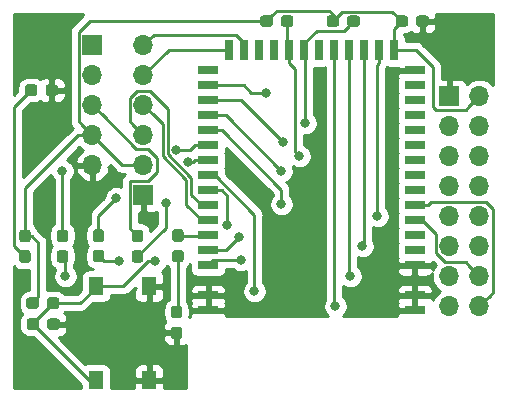
<source format=gbr>
G04 #@! TF.GenerationSoftware,KiCad,Pcbnew,(5.1.2)-2*
G04 #@! TF.CreationDate,2019-11-13T21:48:30+01:00*
G04 #@! TF.ProjectId,KernadouDomoRelayCPU,4b65726e-6164-46f7-9544-6f6d6f52656c,rev?*
G04 #@! TF.SameCoordinates,Original*
G04 #@! TF.FileFunction,Copper,L1,Top*
G04 #@! TF.FilePolarity,Positive*
%FSLAX46Y46*%
G04 Gerber Fmt 4.6, Leading zero omitted, Abs format (unit mm)*
G04 Created by KiCad (PCBNEW (5.1.2)-2) date 2019-11-13 21:48:30*
%MOMM*%
%LPD*%
G04 APERTURE LIST*
%ADD10R,1.700000X1.700000*%
%ADD11O,1.700000X1.700000*%
%ADD12R,1.800000X0.700000*%
%ADD13R,0.700000X1.800000*%
%ADD14C,0.100000*%
%ADD15C,0.950000*%
%ADD16R,1.300000X1.550000*%
%ADD17C,0.800000*%
%ADD18C,0.250000*%
%ADD19C,0.254000*%
G04 APERTURE END LIST*
D10*
X96266000Y-71882000D03*
D11*
X96266000Y-74422000D03*
X96266000Y-76962000D03*
X96266000Y-79502000D03*
X96266000Y-82042000D03*
D12*
X123558000Y-94334000D03*
X123558000Y-93064000D03*
X123558000Y-90524000D03*
X123558000Y-89254000D03*
X123558000Y-87984000D03*
X123558000Y-86714000D03*
X123558000Y-85444000D03*
X123558000Y-84174000D03*
X123558000Y-82904000D03*
X123558000Y-81634000D03*
X123558000Y-80364000D03*
X123558000Y-79094000D03*
X123558000Y-77824000D03*
X123558000Y-76554000D03*
X123558000Y-75284000D03*
X123558000Y-74014000D03*
D13*
X121793000Y-72264000D03*
X120523000Y-72264000D03*
X119253000Y-72264000D03*
X117983000Y-72264000D03*
X116713000Y-72264000D03*
X115443000Y-72264000D03*
X114173000Y-72264000D03*
X112903000Y-72264000D03*
X111633000Y-72264000D03*
X110363000Y-72264000D03*
X109093000Y-72264000D03*
X107823000Y-72264000D03*
D12*
X106058000Y-74014000D03*
X106058000Y-75284000D03*
X106058000Y-76554000D03*
X106058000Y-77824000D03*
X106058000Y-79094000D03*
X106058000Y-80364000D03*
X106058000Y-81634000D03*
X106058000Y-82904000D03*
X106058000Y-84174000D03*
X106058000Y-85444000D03*
X106058000Y-86714000D03*
X106058000Y-87984000D03*
X106058000Y-89254000D03*
X106058000Y-90524000D03*
X106058000Y-93064000D03*
X106058000Y-94334000D03*
D14*
G36*
X90811779Y-89265144D02*
G01*
X90834834Y-89268563D01*
X90857443Y-89274227D01*
X90879387Y-89282079D01*
X90900457Y-89292044D01*
X90920448Y-89304026D01*
X90939168Y-89317910D01*
X90956438Y-89333562D01*
X90972090Y-89350832D01*
X90985974Y-89369552D01*
X90997956Y-89389543D01*
X91007921Y-89410613D01*
X91015773Y-89432557D01*
X91021437Y-89455166D01*
X91024856Y-89478221D01*
X91026000Y-89501500D01*
X91026000Y-90076500D01*
X91024856Y-90099779D01*
X91021437Y-90122834D01*
X91015773Y-90145443D01*
X91007921Y-90167387D01*
X90997956Y-90188457D01*
X90985974Y-90208448D01*
X90972090Y-90227168D01*
X90956438Y-90244438D01*
X90939168Y-90260090D01*
X90920448Y-90273974D01*
X90900457Y-90285956D01*
X90879387Y-90295921D01*
X90857443Y-90303773D01*
X90834834Y-90309437D01*
X90811779Y-90312856D01*
X90788500Y-90314000D01*
X90313500Y-90314000D01*
X90290221Y-90312856D01*
X90267166Y-90309437D01*
X90244557Y-90303773D01*
X90222613Y-90295921D01*
X90201543Y-90285956D01*
X90181552Y-90273974D01*
X90162832Y-90260090D01*
X90145562Y-90244438D01*
X90129910Y-90227168D01*
X90116026Y-90208448D01*
X90104044Y-90188457D01*
X90094079Y-90167387D01*
X90086227Y-90145443D01*
X90080563Y-90122834D01*
X90077144Y-90099779D01*
X90076000Y-90076500D01*
X90076000Y-89501500D01*
X90077144Y-89478221D01*
X90080563Y-89455166D01*
X90086227Y-89432557D01*
X90094079Y-89410613D01*
X90104044Y-89389543D01*
X90116026Y-89369552D01*
X90129910Y-89350832D01*
X90145562Y-89333562D01*
X90162832Y-89317910D01*
X90181552Y-89304026D01*
X90201543Y-89292044D01*
X90222613Y-89282079D01*
X90244557Y-89274227D01*
X90267166Y-89268563D01*
X90290221Y-89265144D01*
X90313500Y-89264000D01*
X90788500Y-89264000D01*
X90811779Y-89265144D01*
X90811779Y-89265144D01*
G37*
D15*
X90551000Y-89789000D03*
D14*
G36*
X90811779Y-87515144D02*
G01*
X90834834Y-87518563D01*
X90857443Y-87524227D01*
X90879387Y-87532079D01*
X90900457Y-87542044D01*
X90920448Y-87554026D01*
X90939168Y-87567910D01*
X90956438Y-87583562D01*
X90972090Y-87600832D01*
X90985974Y-87619552D01*
X90997956Y-87639543D01*
X91007921Y-87660613D01*
X91015773Y-87682557D01*
X91021437Y-87705166D01*
X91024856Y-87728221D01*
X91026000Y-87751500D01*
X91026000Y-88326500D01*
X91024856Y-88349779D01*
X91021437Y-88372834D01*
X91015773Y-88395443D01*
X91007921Y-88417387D01*
X90997956Y-88438457D01*
X90985974Y-88458448D01*
X90972090Y-88477168D01*
X90956438Y-88494438D01*
X90939168Y-88510090D01*
X90920448Y-88523974D01*
X90900457Y-88535956D01*
X90879387Y-88545921D01*
X90857443Y-88553773D01*
X90834834Y-88559437D01*
X90811779Y-88562856D01*
X90788500Y-88564000D01*
X90313500Y-88564000D01*
X90290221Y-88562856D01*
X90267166Y-88559437D01*
X90244557Y-88553773D01*
X90222613Y-88545921D01*
X90201543Y-88535956D01*
X90181552Y-88523974D01*
X90162832Y-88510090D01*
X90145562Y-88494438D01*
X90129910Y-88477168D01*
X90116026Y-88458448D01*
X90104044Y-88438457D01*
X90094079Y-88417387D01*
X90086227Y-88395443D01*
X90080563Y-88372834D01*
X90077144Y-88349779D01*
X90076000Y-88326500D01*
X90076000Y-87751500D01*
X90077144Y-87728221D01*
X90080563Y-87705166D01*
X90086227Y-87682557D01*
X90094079Y-87660613D01*
X90104044Y-87639543D01*
X90116026Y-87619552D01*
X90129910Y-87600832D01*
X90145562Y-87583562D01*
X90162832Y-87567910D01*
X90181552Y-87554026D01*
X90201543Y-87542044D01*
X90222613Y-87532079D01*
X90244557Y-87524227D01*
X90267166Y-87518563D01*
X90290221Y-87515144D01*
X90313500Y-87514000D01*
X90788500Y-87514000D01*
X90811779Y-87515144D01*
X90811779Y-87515144D01*
G37*
D15*
X90551000Y-88039000D03*
D14*
G36*
X91383779Y-75218144D02*
G01*
X91406834Y-75221563D01*
X91429443Y-75227227D01*
X91451387Y-75235079D01*
X91472457Y-75245044D01*
X91492448Y-75257026D01*
X91511168Y-75270910D01*
X91528438Y-75286562D01*
X91544090Y-75303832D01*
X91557974Y-75322552D01*
X91569956Y-75342543D01*
X91579921Y-75363613D01*
X91587773Y-75385557D01*
X91593437Y-75408166D01*
X91596856Y-75431221D01*
X91598000Y-75454500D01*
X91598000Y-75929500D01*
X91596856Y-75952779D01*
X91593437Y-75975834D01*
X91587773Y-75998443D01*
X91579921Y-76020387D01*
X91569956Y-76041457D01*
X91557974Y-76061448D01*
X91544090Y-76080168D01*
X91528438Y-76097438D01*
X91511168Y-76113090D01*
X91492448Y-76126974D01*
X91472457Y-76138956D01*
X91451387Y-76148921D01*
X91429443Y-76156773D01*
X91406834Y-76162437D01*
X91383779Y-76165856D01*
X91360500Y-76167000D01*
X90785500Y-76167000D01*
X90762221Y-76165856D01*
X90739166Y-76162437D01*
X90716557Y-76156773D01*
X90694613Y-76148921D01*
X90673543Y-76138956D01*
X90653552Y-76126974D01*
X90634832Y-76113090D01*
X90617562Y-76097438D01*
X90601910Y-76080168D01*
X90588026Y-76061448D01*
X90576044Y-76041457D01*
X90566079Y-76020387D01*
X90558227Y-75998443D01*
X90552563Y-75975834D01*
X90549144Y-75952779D01*
X90548000Y-75929500D01*
X90548000Y-75454500D01*
X90549144Y-75431221D01*
X90552563Y-75408166D01*
X90558227Y-75385557D01*
X90566079Y-75363613D01*
X90576044Y-75342543D01*
X90588026Y-75322552D01*
X90601910Y-75303832D01*
X90617562Y-75286562D01*
X90634832Y-75270910D01*
X90653552Y-75257026D01*
X90673543Y-75245044D01*
X90694613Y-75235079D01*
X90716557Y-75227227D01*
X90739166Y-75221563D01*
X90762221Y-75218144D01*
X90785500Y-75217000D01*
X91360500Y-75217000D01*
X91383779Y-75218144D01*
X91383779Y-75218144D01*
G37*
D15*
X91073000Y-75692000D03*
D14*
G36*
X93133779Y-75218144D02*
G01*
X93156834Y-75221563D01*
X93179443Y-75227227D01*
X93201387Y-75235079D01*
X93222457Y-75245044D01*
X93242448Y-75257026D01*
X93261168Y-75270910D01*
X93278438Y-75286562D01*
X93294090Y-75303832D01*
X93307974Y-75322552D01*
X93319956Y-75342543D01*
X93329921Y-75363613D01*
X93337773Y-75385557D01*
X93343437Y-75408166D01*
X93346856Y-75431221D01*
X93348000Y-75454500D01*
X93348000Y-75929500D01*
X93346856Y-75952779D01*
X93343437Y-75975834D01*
X93337773Y-75998443D01*
X93329921Y-76020387D01*
X93319956Y-76041457D01*
X93307974Y-76061448D01*
X93294090Y-76080168D01*
X93278438Y-76097438D01*
X93261168Y-76113090D01*
X93242448Y-76126974D01*
X93222457Y-76138956D01*
X93201387Y-76148921D01*
X93179443Y-76156773D01*
X93156834Y-76162437D01*
X93133779Y-76165856D01*
X93110500Y-76167000D01*
X92535500Y-76167000D01*
X92512221Y-76165856D01*
X92489166Y-76162437D01*
X92466557Y-76156773D01*
X92444613Y-76148921D01*
X92423543Y-76138956D01*
X92403552Y-76126974D01*
X92384832Y-76113090D01*
X92367562Y-76097438D01*
X92351910Y-76080168D01*
X92338026Y-76061448D01*
X92326044Y-76041457D01*
X92316079Y-76020387D01*
X92308227Y-75998443D01*
X92302563Y-75975834D01*
X92299144Y-75952779D01*
X92298000Y-75929500D01*
X92298000Y-75454500D01*
X92299144Y-75431221D01*
X92302563Y-75408166D01*
X92308227Y-75385557D01*
X92316079Y-75363613D01*
X92326044Y-75342543D01*
X92338026Y-75322552D01*
X92351910Y-75303832D01*
X92367562Y-75286562D01*
X92384832Y-75270910D01*
X92403552Y-75257026D01*
X92423543Y-75245044D01*
X92444613Y-75235079D01*
X92466557Y-75227227D01*
X92489166Y-75221563D01*
X92512221Y-75218144D01*
X92535500Y-75217000D01*
X93110500Y-75217000D01*
X93133779Y-75218144D01*
X93133779Y-75218144D01*
G37*
D15*
X92823000Y-75692000D03*
D14*
G36*
X93246779Y-93252144D02*
G01*
X93269834Y-93255563D01*
X93292443Y-93261227D01*
X93314387Y-93269079D01*
X93335457Y-93279044D01*
X93355448Y-93291026D01*
X93374168Y-93304910D01*
X93391438Y-93320562D01*
X93407090Y-93337832D01*
X93420974Y-93356552D01*
X93432956Y-93376543D01*
X93442921Y-93397613D01*
X93450773Y-93419557D01*
X93456437Y-93442166D01*
X93459856Y-93465221D01*
X93461000Y-93488500D01*
X93461000Y-93963500D01*
X93459856Y-93986779D01*
X93456437Y-94009834D01*
X93450773Y-94032443D01*
X93442921Y-94054387D01*
X93432956Y-94075457D01*
X93420974Y-94095448D01*
X93407090Y-94114168D01*
X93391438Y-94131438D01*
X93374168Y-94147090D01*
X93355448Y-94160974D01*
X93335457Y-94172956D01*
X93314387Y-94182921D01*
X93292443Y-94190773D01*
X93269834Y-94196437D01*
X93246779Y-94199856D01*
X93223500Y-94201000D01*
X92648500Y-94201000D01*
X92625221Y-94199856D01*
X92602166Y-94196437D01*
X92579557Y-94190773D01*
X92557613Y-94182921D01*
X92536543Y-94172956D01*
X92516552Y-94160974D01*
X92497832Y-94147090D01*
X92480562Y-94131438D01*
X92464910Y-94114168D01*
X92451026Y-94095448D01*
X92439044Y-94075457D01*
X92429079Y-94054387D01*
X92421227Y-94032443D01*
X92415563Y-94009834D01*
X92412144Y-93986779D01*
X92411000Y-93963500D01*
X92411000Y-93488500D01*
X92412144Y-93465221D01*
X92415563Y-93442166D01*
X92421227Y-93419557D01*
X92429079Y-93397613D01*
X92439044Y-93376543D01*
X92451026Y-93356552D01*
X92464910Y-93337832D01*
X92480562Y-93320562D01*
X92497832Y-93304910D01*
X92516552Y-93291026D01*
X92536543Y-93279044D01*
X92557613Y-93269079D01*
X92579557Y-93261227D01*
X92602166Y-93255563D01*
X92625221Y-93252144D01*
X92648500Y-93251000D01*
X93223500Y-93251000D01*
X93246779Y-93252144D01*
X93246779Y-93252144D01*
G37*
D15*
X92936000Y-93726000D03*
D14*
G36*
X91496779Y-93252144D02*
G01*
X91519834Y-93255563D01*
X91542443Y-93261227D01*
X91564387Y-93269079D01*
X91585457Y-93279044D01*
X91605448Y-93291026D01*
X91624168Y-93304910D01*
X91641438Y-93320562D01*
X91657090Y-93337832D01*
X91670974Y-93356552D01*
X91682956Y-93376543D01*
X91692921Y-93397613D01*
X91700773Y-93419557D01*
X91706437Y-93442166D01*
X91709856Y-93465221D01*
X91711000Y-93488500D01*
X91711000Y-93963500D01*
X91709856Y-93986779D01*
X91706437Y-94009834D01*
X91700773Y-94032443D01*
X91692921Y-94054387D01*
X91682956Y-94075457D01*
X91670974Y-94095448D01*
X91657090Y-94114168D01*
X91641438Y-94131438D01*
X91624168Y-94147090D01*
X91605448Y-94160974D01*
X91585457Y-94172956D01*
X91564387Y-94182921D01*
X91542443Y-94190773D01*
X91519834Y-94196437D01*
X91496779Y-94199856D01*
X91473500Y-94201000D01*
X90898500Y-94201000D01*
X90875221Y-94199856D01*
X90852166Y-94196437D01*
X90829557Y-94190773D01*
X90807613Y-94182921D01*
X90786543Y-94172956D01*
X90766552Y-94160974D01*
X90747832Y-94147090D01*
X90730562Y-94131438D01*
X90714910Y-94114168D01*
X90701026Y-94095448D01*
X90689044Y-94075457D01*
X90679079Y-94054387D01*
X90671227Y-94032443D01*
X90665563Y-94009834D01*
X90662144Y-93986779D01*
X90661000Y-93963500D01*
X90661000Y-93488500D01*
X90662144Y-93465221D01*
X90665563Y-93442166D01*
X90671227Y-93419557D01*
X90679079Y-93397613D01*
X90689044Y-93376543D01*
X90701026Y-93356552D01*
X90714910Y-93337832D01*
X90730562Y-93320562D01*
X90747832Y-93304910D01*
X90766552Y-93291026D01*
X90786543Y-93279044D01*
X90807613Y-93269079D01*
X90829557Y-93261227D01*
X90852166Y-93255563D01*
X90875221Y-93252144D01*
X90898500Y-93251000D01*
X91473500Y-93251000D01*
X91496779Y-93252144D01*
X91496779Y-93252144D01*
G37*
D15*
X91186000Y-93726000D03*
D14*
G36*
X118674779Y-69376144D02*
G01*
X118697834Y-69379563D01*
X118720443Y-69385227D01*
X118742387Y-69393079D01*
X118763457Y-69403044D01*
X118783448Y-69415026D01*
X118802168Y-69428910D01*
X118819438Y-69444562D01*
X118835090Y-69461832D01*
X118848974Y-69480552D01*
X118860956Y-69500543D01*
X118870921Y-69521613D01*
X118878773Y-69543557D01*
X118884437Y-69566166D01*
X118887856Y-69589221D01*
X118889000Y-69612500D01*
X118889000Y-70087500D01*
X118887856Y-70110779D01*
X118884437Y-70133834D01*
X118878773Y-70156443D01*
X118870921Y-70178387D01*
X118860956Y-70199457D01*
X118848974Y-70219448D01*
X118835090Y-70238168D01*
X118819438Y-70255438D01*
X118802168Y-70271090D01*
X118783448Y-70284974D01*
X118763457Y-70296956D01*
X118742387Y-70306921D01*
X118720443Y-70314773D01*
X118697834Y-70320437D01*
X118674779Y-70323856D01*
X118651500Y-70325000D01*
X118076500Y-70325000D01*
X118053221Y-70323856D01*
X118030166Y-70320437D01*
X118007557Y-70314773D01*
X117985613Y-70306921D01*
X117964543Y-70296956D01*
X117944552Y-70284974D01*
X117925832Y-70271090D01*
X117908562Y-70255438D01*
X117892910Y-70238168D01*
X117879026Y-70219448D01*
X117867044Y-70199457D01*
X117857079Y-70178387D01*
X117849227Y-70156443D01*
X117843563Y-70133834D01*
X117840144Y-70110779D01*
X117839000Y-70087500D01*
X117839000Y-69612500D01*
X117840144Y-69589221D01*
X117843563Y-69566166D01*
X117849227Y-69543557D01*
X117857079Y-69521613D01*
X117867044Y-69500543D01*
X117879026Y-69480552D01*
X117892910Y-69461832D01*
X117908562Y-69444562D01*
X117925832Y-69428910D01*
X117944552Y-69415026D01*
X117964543Y-69403044D01*
X117985613Y-69393079D01*
X118007557Y-69385227D01*
X118030166Y-69379563D01*
X118053221Y-69376144D01*
X118076500Y-69375000D01*
X118651500Y-69375000D01*
X118674779Y-69376144D01*
X118674779Y-69376144D01*
G37*
D15*
X118364000Y-69850000D03*
D14*
G36*
X116924779Y-69376144D02*
G01*
X116947834Y-69379563D01*
X116970443Y-69385227D01*
X116992387Y-69393079D01*
X117013457Y-69403044D01*
X117033448Y-69415026D01*
X117052168Y-69428910D01*
X117069438Y-69444562D01*
X117085090Y-69461832D01*
X117098974Y-69480552D01*
X117110956Y-69500543D01*
X117120921Y-69521613D01*
X117128773Y-69543557D01*
X117134437Y-69566166D01*
X117137856Y-69589221D01*
X117139000Y-69612500D01*
X117139000Y-70087500D01*
X117137856Y-70110779D01*
X117134437Y-70133834D01*
X117128773Y-70156443D01*
X117120921Y-70178387D01*
X117110956Y-70199457D01*
X117098974Y-70219448D01*
X117085090Y-70238168D01*
X117069438Y-70255438D01*
X117052168Y-70271090D01*
X117033448Y-70284974D01*
X117013457Y-70296956D01*
X116992387Y-70306921D01*
X116970443Y-70314773D01*
X116947834Y-70320437D01*
X116924779Y-70323856D01*
X116901500Y-70325000D01*
X116326500Y-70325000D01*
X116303221Y-70323856D01*
X116280166Y-70320437D01*
X116257557Y-70314773D01*
X116235613Y-70306921D01*
X116214543Y-70296956D01*
X116194552Y-70284974D01*
X116175832Y-70271090D01*
X116158562Y-70255438D01*
X116142910Y-70238168D01*
X116129026Y-70219448D01*
X116117044Y-70199457D01*
X116107079Y-70178387D01*
X116099227Y-70156443D01*
X116093563Y-70133834D01*
X116090144Y-70110779D01*
X116089000Y-70087500D01*
X116089000Y-69612500D01*
X116090144Y-69589221D01*
X116093563Y-69566166D01*
X116099227Y-69543557D01*
X116107079Y-69521613D01*
X116117044Y-69500543D01*
X116129026Y-69480552D01*
X116142910Y-69461832D01*
X116158562Y-69444562D01*
X116175832Y-69428910D01*
X116194552Y-69415026D01*
X116214543Y-69403044D01*
X116235613Y-69393079D01*
X116257557Y-69385227D01*
X116280166Y-69379563D01*
X116303221Y-69376144D01*
X116326500Y-69375000D01*
X116901500Y-69375000D01*
X116924779Y-69376144D01*
X116924779Y-69376144D01*
G37*
D15*
X116614000Y-69850000D03*
D14*
G36*
X111308779Y-69376144D02*
G01*
X111331834Y-69379563D01*
X111354443Y-69385227D01*
X111376387Y-69393079D01*
X111397457Y-69403044D01*
X111417448Y-69415026D01*
X111436168Y-69428910D01*
X111453438Y-69444562D01*
X111469090Y-69461832D01*
X111482974Y-69480552D01*
X111494956Y-69500543D01*
X111504921Y-69521613D01*
X111512773Y-69543557D01*
X111518437Y-69566166D01*
X111521856Y-69589221D01*
X111523000Y-69612500D01*
X111523000Y-70087500D01*
X111521856Y-70110779D01*
X111518437Y-70133834D01*
X111512773Y-70156443D01*
X111504921Y-70178387D01*
X111494956Y-70199457D01*
X111482974Y-70219448D01*
X111469090Y-70238168D01*
X111453438Y-70255438D01*
X111436168Y-70271090D01*
X111417448Y-70284974D01*
X111397457Y-70296956D01*
X111376387Y-70306921D01*
X111354443Y-70314773D01*
X111331834Y-70320437D01*
X111308779Y-70323856D01*
X111285500Y-70325000D01*
X110710500Y-70325000D01*
X110687221Y-70323856D01*
X110664166Y-70320437D01*
X110641557Y-70314773D01*
X110619613Y-70306921D01*
X110598543Y-70296956D01*
X110578552Y-70284974D01*
X110559832Y-70271090D01*
X110542562Y-70255438D01*
X110526910Y-70238168D01*
X110513026Y-70219448D01*
X110501044Y-70199457D01*
X110491079Y-70178387D01*
X110483227Y-70156443D01*
X110477563Y-70133834D01*
X110474144Y-70110779D01*
X110473000Y-70087500D01*
X110473000Y-69612500D01*
X110474144Y-69589221D01*
X110477563Y-69566166D01*
X110483227Y-69543557D01*
X110491079Y-69521613D01*
X110501044Y-69500543D01*
X110513026Y-69480552D01*
X110526910Y-69461832D01*
X110542562Y-69444562D01*
X110559832Y-69428910D01*
X110578552Y-69415026D01*
X110598543Y-69403044D01*
X110619613Y-69393079D01*
X110641557Y-69385227D01*
X110664166Y-69379563D01*
X110687221Y-69376144D01*
X110710500Y-69375000D01*
X111285500Y-69375000D01*
X111308779Y-69376144D01*
X111308779Y-69376144D01*
G37*
D15*
X110998000Y-69850000D03*
D14*
G36*
X113058779Y-69376144D02*
G01*
X113081834Y-69379563D01*
X113104443Y-69385227D01*
X113126387Y-69393079D01*
X113147457Y-69403044D01*
X113167448Y-69415026D01*
X113186168Y-69428910D01*
X113203438Y-69444562D01*
X113219090Y-69461832D01*
X113232974Y-69480552D01*
X113244956Y-69500543D01*
X113254921Y-69521613D01*
X113262773Y-69543557D01*
X113268437Y-69566166D01*
X113271856Y-69589221D01*
X113273000Y-69612500D01*
X113273000Y-70087500D01*
X113271856Y-70110779D01*
X113268437Y-70133834D01*
X113262773Y-70156443D01*
X113254921Y-70178387D01*
X113244956Y-70199457D01*
X113232974Y-70219448D01*
X113219090Y-70238168D01*
X113203438Y-70255438D01*
X113186168Y-70271090D01*
X113167448Y-70284974D01*
X113147457Y-70296956D01*
X113126387Y-70306921D01*
X113104443Y-70314773D01*
X113081834Y-70320437D01*
X113058779Y-70323856D01*
X113035500Y-70325000D01*
X112460500Y-70325000D01*
X112437221Y-70323856D01*
X112414166Y-70320437D01*
X112391557Y-70314773D01*
X112369613Y-70306921D01*
X112348543Y-70296956D01*
X112328552Y-70284974D01*
X112309832Y-70271090D01*
X112292562Y-70255438D01*
X112276910Y-70238168D01*
X112263026Y-70219448D01*
X112251044Y-70199457D01*
X112241079Y-70178387D01*
X112233227Y-70156443D01*
X112227563Y-70133834D01*
X112224144Y-70110779D01*
X112223000Y-70087500D01*
X112223000Y-69612500D01*
X112224144Y-69589221D01*
X112227563Y-69566166D01*
X112233227Y-69543557D01*
X112241079Y-69521613D01*
X112251044Y-69500543D01*
X112263026Y-69480552D01*
X112276910Y-69461832D01*
X112292562Y-69444562D01*
X112309832Y-69428910D01*
X112328552Y-69415026D01*
X112348543Y-69403044D01*
X112369613Y-69393079D01*
X112391557Y-69385227D01*
X112414166Y-69379563D01*
X112437221Y-69376144D01*
X112460500Y-69375000D01*
X113035500Y-69375000D01*
X113058779Y-69376144D01*
X113058779Y-69376144D01*
G37*
D15*
X112748000Y-69850000D03*
D14*
G36*
X103638779Y-93964144D02*
G01*
X103661834Y-93967563D01*
X103684443Y-93973227D01*
X103706387Y-93981079D01*
X103727457Y-93991044D01*
X103747448Y-94003026D01*
X103766168Y-94016910D01*
X103783438Y-94032562D01*
X103799090Y-94049832D01*
X103812974Y-94068552D01*
X103824956Y-94088543D01*
X103834921Y-94109613D01*
X103842773Y-94131557D01*
X103848437Y-94154166D01*
X103851856Y-94177221D01*
X103853000Y-94200500D01*
X103853000Y-94775500D01*
X103851856Y-94798779D01*
X103848437Y-94821834D01*
X103842773Y-94844443D01*
X103834921Y-94866387D01*
X103824956Y-94887457D01*
X103812974Y-94907448D01*
X103799090Y-94926168D01*
X103783438Y-94943438D01*
X103766168Y-94959090D01*
X103747448Y-94972974D01*
X103727457Y-94984956D01*
X103706387Y-94994921D01*
X103684443Y-95002773D01*
X103661834Y-95008437D01*
X103638779Y-95011856D01*
X103615500Y-95013000D01*
X103140500Y-95013000D01*
X103117221Y-95011856D01*
X103094166Y-95008437D01*
X103071557Y-95002773D01*
X103049613Y-94994921D01*
X103028543Y-94984956D01*
X103008552Y-94972974D01*
X102989832Y-94959090D01*
X102972562Y-94943438D01*
X102956910Y-94926168D01*
X102943026Y-94907448D01*
X102931044Y-94887457D01*
X102921079Y-94866387D01*
X102913227Y-94844443D01*
X102907563Y-94821834D01*
X102904144Y-94798779D01*
X102903000Y-94775500D01*
X102903000Y-94200500D01*
X102904144Y-94177221D01*
X102907563Y-94154166D01*
X102913227Y-94131557D01*
X102921079Y-94109613D01*
X102931044Y-94088543D01*
X102943026Y-94068552D01*
X102956910Y-94049832D01*
X102972562Y-94032562D01*
X102989832Y-94016910D01*
X103008552Y-94003026D01*
X103028543Y-93991044D01*
X103049613Y-93981079D01*
X103071557Y-93973227D01*
X103094166Y-93967563D01*
X103117221Y-93964144D01*
X103140500Y-93963000D01*
X103615500Y-93963000D01*
X103638779Y-93964144D01*
X103638779Y-93964144D01*
G37*
D15*
X103378000Y-94488000D03*
D14*
G36*
X103638779Y-95714144D02*
G01*
X103661834Y-95717563D01*
X103684443Y-95723227D01*
X103706387Y-95731079D01*
X103727457Y-95741044D01*
X103747448Y-95753026D01*
X103766168Y-95766910D01*
X103783438Y-95782562D01*
X103799090Y-95799832D01*
X103812974Y-95818552D01*
X103824956Y-95838543D01*
X103834921Y-95859613D01*
X103842773Y-95881557D01*
X103848437Y-95904166D01*
X103851856Y-95927221D01*
X103853000Y-95950500D01*
X103853000Y-96525500D01*
X103851856Y-96548779D01*
X103848437Y-96571834D01*
X103842773Y-96594443D01*
X103834921Y-96616387D01*
X103824956Y-96637457D01*
X103812974Y-96657448D01*
X103799090Y-96676168D01*
X103783438Y-96693438D01*
X103766168Y-96709090D01*
X103747448Y-96722974D01*
X103727457Y-96734956D01*
X103706387Y-96744921D01*
X103684443Y-96752773D01*
X103661834Y-96758437D01*
X103638779Y-96761856D01*
X103615500Y-96763000D01*
X103140500Y-96763000D01*
X103117221Y-96761856D01*
X103094166Y-96758437D01*
X103071557Y-96752773D01*
X103049613Y-96744921D01*
X103028543Y-96734956D01*
X103008552Y-96722974D01*
X102989832Y-96709090D01*
X102972562Y-96693438D01*
X102956910Y-96676168D01*
X102943026Y-96657448D01*
X102931044Y-96637457D01*
X102921079Y-96616387D01*
X102913227Y-96594443D01*
X102907563Y-96571834D01*
X102904144Y-96548779D01*
X102903000Y-96525500D01*
X102903000Y-95950500D01*
X102904144Y-95927221D01*
X102907563Y-95904166D01*
X102913227Y-95881557D01*
X102921079Y-95859613D01*
X102931044Y-95838543D01*
X102943026Y-95818552D01*
X102956910Y-95799832D01*
X102972562Y-95782562D01*
X102989832Y-95766910D01*
X103008552Y-95753026D01*
X103028543Y-95741044D01*
X103049613Y-95731079D01*
X103071557Y-95723227D01*
X103094166Y-95717563D01*
X103117221Y-95714144D01*
X103140500Y-95713000D01*
X103615500Y-95713000D01*
X103638779Y-95714144D01*
X103638779Y-95714144D01*
G37*
D15*
X103378000Y-96238000D03*
D16*
X96556000Y-92291000D03*
X101056000Y-92291000D03*
X101056000Y-100241000D03*
X96556000Y-100241000D03*
D14*
G36*
X122766779Y-69376144D02*
G01*
X122789834Y-69379563D01*
X122812443Y-69385227D01*
X122834387Y-69393079D01*
X122855457Y-69403044D01*
X122875448Y-69415026D01*
X122894168Y-69428910D01*
X122911438Y-69444562D01*
X122927090Y-69461832D01*
X122940974Y-69480552D01*
X122952956Y-69500543D01*
X122962921Y-69521613D01*
X122970773Y-69543557D01*
X122976437Y-69566166D01*
X122979856Y-69589221D01*
X122981000Y-69612500D01*
X122981000Y-70087500D01*
X122979856Y-70110779D01*
X122976437Y-70133834D01*
X122970773Y-70156443D01*
X122962921Y-70178387D01*
X122952956Y-70199457D01*
X122940974Y-70219448D01*
X122927090Y-70238168D01*
X122911438Y-70255438D01*
X122894168Y-70271090D01*
X122875448Y-70284974D01*
X122855457Y-70296956D01*
X122834387Y-70306921D01*
X122812443Y-70314773D01*
X122789834Y-70320437D01*
X122766779Y-70323856D01*
X122743500Y-70325000D01*
X122168500Y-70325000D01*
X122145221Y-70323856D01*
X122122166Y-70320437D01*
X122099557Y-70314773D01*
X122077613Y-70306921D01*
X122056543Y-70296956D01*
X122036552Y-70284974D01*
X122017832Y-70271090D01*
X122000562Y-70255438D01*
X121984910Y-70238168D01*
X121971026Y-70219448D01*
X121959044Y-70199457D01*
X121949079Y-70178387D01*
X121941227Y-70156443D01*
X121935563Y-70133834D01*
X121932144Y-70110779D01*
X121931000Y-70087500D01*
X121931000Y-69612500D01*
X121932144Y-69589221D01*
X121935563Y-69566166D01*
X121941227Y-69543557D01*
X121949079Y-69521613D01*
X121959044Y-69500543D01*
X121971026Y-69480552D01*
X121984910Y-69461832D01*
X122000562Y-69444562D01*
X122017832Y-69428910D01*
X122036552Y-69415026D01*
X122056543Y-69403044D01*
X122077613Y-69393079D01*
X122099557Y-69385227D01*
X122122166Y-69379563D01*
X122145221Y-69376144D01*
X122168500Y-69375000D01*
X122743500Y-69375000D01*
X122766779Y-69376144D01*
X122766779Y-69376144D01*
G37*
D15*
X122456000Y-69850000D03*
D14*
G36*
X124516779Y-69376144D02*
G01*
X124539834Y-69379563D01*
X124562443Y-69385227D01*
X124584387Y-69393079D01*
X124605457Y-69403044D01*
X124625448Y-69415026D01*
X124644168Y-69428910D01*
X124661438Y-69444562D01*
X124677090Y-69461832D01*
X124690974Y-69480552D01*
X124702956Y-69500543D01*
X124712921Y-69521613D01*
X124720773Y-69543557D01*
X124726437Y-69566166D01*
X124729856Y-69589221D01*
X124731000Y-69612500D01*
X124731000Y-70087500D01*
X124729856Y-70110779D01*
X124726437Y-70133834D01*
X124720773Y-70156443D01*
X124712921Y-70178387D01*
X124702956Y-70199457D01*
X124690974Y-70219448D01*
X124677090Y-70238168D01*
X124661438Y-70255438D01*
X124644168Y-70271090D01*
X124625448Y-70284974D01*
X124605457Y-70296956D01*
X124584387Y-70306921D01*
X124562443Y-70314773D01*
X124539834Y-70320437D01*
X124516779Y-70323856D01*
X124493500Y-70325000D01*
X123918500Y-70325000D01*
X123895221Y-70323856D01*
X123872166Y-70320437D01*
X123849557Y-70314773D01*
X123827613Y-70306921D01*
X123806543Y-70296956D01*
X123786552Y-70284974D01*
X123767832Y-70271090D01*
X123750562Y-70255438D01*
X123734910Y-70238168D01*
X123721026Y-70219448D01*
X123709044Y-70199457D01*
X123699079Y-70178387D01*
X123691227Y-70156443D01*
X123685563Y-70133834D01*
X123682144Y-70110779D01*
X123681000Y-70087500D01*
X123681000Y-69612500D01*
X123682144Y-69589221D01*
X123685563Y-69566166D01*
X123691227Y-69543557D01*
X123699079Y-69521613D01*
X123709044Y-69500543D01*
X123721026Y-69480552D01*
X123734910Y-69461832D01*
X123750562Y-69444562D01*
X123767832Y-69428910D01*
X123786552Y-69415026D01*
X123806543Y-69403044D01*
X123827613Y-69393079D01*
X123849557Y-69385227D01*
X123872166Y-69379563D01*
X123895221Y-69376144D01*
X123918500Y-69375000D01*
X124493500Y-69375000D01*
X124516779Y-69376144D01*
X124516779Y-69376144D01*
G37*
D15*
X124206000Y-69850000D03*
D14*
G36*
X91524779Y-95030144D02*
G01*
X91547834Y-95033563D01*
X91570443Y-95039227D01*
X91592387Y-95047079D01*
X91613457Y-95057044D01*
X91633448Y-95069026D01*
X91652168Y-95082910D01*
X91669438Y-95098562D01*
X91685090Y-95115832D01*
X91698974Y-95134552D01*
X91710956Y-95154543D01*
X91720921Y-95175613D01*
X91728773Y-95197557D01*
X91734437Y-95220166D01*
X91737856Y-95243221D01*
X91739000Y-95266500D01*
X91739000Y-95741500D01*
X91737856Y-95764779D01*
X91734437Y-95787834D01*
X91728773Y-95810443D01*
X91720921Y-95832387D01*
X91710956Y-95853457D01*
X91698974Y-95873448D01*
X91685090Y-95892168D01*
X91669438Y-95909438D01*
X91652168Y-95925090D01*
X91633448Y-95938974D01*
X91613457Y-95950956D01*
X91592387Y-95960921D01*
X91570443Y-95968773D01*
X91547834Y-95974437D01*
X91524779Y-95977856D01*
X91501500Y-95979000D01*
X90926500Y-95979000D01*
X90903221Y-95977856D01*
X90880166Y-95974437D01*
X90857557Y-95968773D01*
X90835613Y-95960921D01*
X90814543Y-95950956D01*
X90794552Y-95938974D01*
X90775832Y-95925090D01*
X90758562Y-95909438D01*
X90742910Y-95892168D01*
X90729026Y-95873448D01*
X90717044Y-95853457D01*
X90707079Y-95832387D01*
X90699227Y-95810443D01*
X90693563Y-95787834D01*
X90690144Y-95764779D01*
X90689000Y-95741500D01*
X90689000Y-95266500D01*
X90690144Y-95243221D01*
X90693563Y-95220166D01*
X90699227Y-95197557D01*
X90707079Y-95175613D01*
X90717044Y-95154543D01*
X90729026Y-95134552D01*
X90742910Y-95115832D01*
X90758562Y-95098562D01*
X90775832Y-95082910D01*
X90794552Y-95069026D01*
X90814543Y-95057044D01*
X90835613Y-95047079D01*
X90857557Y-95039227D01*
X90880166Y-95033563D01*
X90903221Y-95030144D01*
X90926500Y-95029000D01*
X91501500Y-95029000D01*
X91524779Y-95030144D01*
X91524779Y-95030144D01*
G37*
D15*
X91214000Y-95504000D03*
D14*
G36*
X93274779Y-95030144D02*
G01*
X93297834Y-95033563D01*
X93320443Y-95039227D01*
X93342387Y-95047079D01*
X93363457Y-95057044D01*
X93383448Y-95069026D01*
X93402168Y-95082910D01*
X93419438Y-95098562D01*
X93435090Y-95115832D01*
X93448974Y-95134552D01*
X93460956Y-95154543D01*
X93470921Y-95175613D01*
X93478773Y-95197557D01*
X93484437Y-95220166D01*
X93487856Y-95243221D01*
X93489000Y-95266500D01*
X93489000Y-95741500D01*
X93487856Y-95764779D01*
X93484437Y-95787834D01*
X93478773Y-95810443D01*
X93470921Y-95832387D01*
X93460956Y-95853457D01*
X93448974Y-95873448D01*
X93435090Y-95892168D01*
X93419438Y-95909438D01*
X93402168Y-95925090D01*
X93383448Y-95938974D01*
X93363457Y-95950956D01*
X93342387Y-95960921D01*
X93320443Y-95968773D01*
X93297834Y-95974437D01*
X93274779Y-95977856D01*
X93251500Y-95979000D01*
X92676500Y-95979000D01*
X92653221Y-95977856D01*
X92630166Y-95974437D01*
X92607557Y-95968773D01*
X92585613Y-95960921D01*
X92564543Y-95950956D01*
X92544552Y-95938974D01*
X92525832Y-95925090D01*
X92508562Y-95909438D01*
X92492910Y-95892168D01*
X92479026Y-95873448D01*
X92467044Y-95853457D01*
X92457079Y-95832387D01*
X92449227Y-95810443D01*
X92443563Y-95787834D01*
X92440144Y-95764779D01*
X92439000Y-95741500D01*
X92439000Y-95266500D01*
X92440144Y-95243221D01*
X92443563Y-95220166D01*
X92449227Y-95197557D01*
X92457079Y-95175613D01*
X92467044Y-95154543D01*
X92479026Y-95134552D01*
X92492910Y-95115832D01*
X92508562Y-95098562D01*
X92525832Y-95082910D01*
X92544552Y-95069026D01*
X92564543Y-95057044D01*
X92585613Y-95047079D01*
X92607557Y-95039227D01*
X92630166Y-95033563D01*
X92653221Y-95030144D01*
X92676500Y-95029000D01*
X93251500Y-95029000D01*
X93274779Y-95030144D01*
X93274779Y-95030144D01*
G37*
D15*
X92964000Y-95504000D03*
D14*
G36*
X100336779Y-89251144D02*
G01*
X100359834Y-89254563D01*
X100382443Y-89260227D01*
X100404387Y-89268079D01*
X100425457Y-89278044D01*
X100445448Y-89290026D01*
X100464168Y-89303910D01*
X100481438Y-89319562D01*
X100497090Y-89336832D01*
X100510974Y-89355552D01*
X100522956Y-89375543D01*
X100532921Y-89396613D01*
X100540773Y-89418557D01*
X100546437Y-89441166D01*
X100549856Y-89464221D01*
X100551000Y-89487500D01*
X100551000Y-90062500D01*
X100549856Y-90085779D01*
X100546437Y-90108834D01*
X100540773Y-90131443D01*
X100532921Y-90153387D01*
X100522956Y-90174457D01*
X100510974Y-90194448D01*
X100497090Y-90213168D01*
X100481438Y-90230438D01*
X100464168Y-90246090D01*
X100445448Y-90259974D01*
X100425457Y-90271956D01*
X100404387Y-90281921D01*
X100382443Y-90289773D01*
X100359834Y-90295437D01*
X100336779Y-90298856D01*
X100313500Y-90300000D01*
X99838500Y-90300000D01*
X99815221Y-90298856D01*
X99792166Y-90295437D01*
X99769557Y-90289773D01*
X99747613Y-90281921D01*
X99726543Y-90271956D01*
X99706552Y-90259974D01*
X99687832Y-90246090D01*
X99670562Y-90230438D01*
X99654910Y-90213168D01*
X99641026Y-90194448D01*
X99629044Y-90174457D01*
X99619079Y-90153387D01*
X99611227Y-90131443D01*
X99605563Y-90108834D01*
X99602144Y-90085779D01*
X99601000Y-90062500D01*
X99601000Y-89487500D01*
X99602144Y-89464221D01*
X99605563Y-89441166D01*
X99611227Y-89418557D01*
X99619079Y-89396613D01*
X99629044Y-89375543D01*
X99641026Y-89355552D01*
X99654910Y-89336832D01*
X99670562Y-89319562D01*
X99687832Y-89303910D01*
X99706552Y-89290026D01*
X99726543Y-89278044D01*
X99747613Y-89268079D01*
X99769557Y-89260227D01*
X99792166Y-89254563D01*
X99815221Y-89251144D01*
X99838500Y-89250000D01*
X100313500Y-89250000D01*
X100336779Y-89251144D01*
X100336779Y-89251144D01*
G37*
D15*
X100076000Y-89775000D03*
D14*
G36*
X100336779Y-87501144D02*
G01*
X100359834Y-87504563D01*
X100382443Y-87510227D01*
X100404387Y-87518079D01*
X100425457Y-87528044D01*
X100445448Y-87540026D01*
X100464168Y-87553910D01*
X100481438Y-87569562D01*
X100497090Y-87586832D01*
X100510974Y-87605552D01*
X100522956Y-87625543D01*
X100532921Y-87646613D01*
X100540773Y-87668557D01*
X100546437Y-87691166D01*
X100549856Y-87714221D01*
X100551000Y-87737500D01*
X100551000Y-88312500D01*
X100549856Y-88335779D01*
X100546437Y-88358834D01*
X100540773Y-88381443D01*
X100532921Y-88403387D01*
X100522956Y-88424457D01*
X100510974Y-88444448D01*
X100497090Y-88463168D01*
X100481438Y-88480438D01*
X100464168Y-88496090D01*
X100445448Y-88509974D01*
X100425457Y-88521956D01*
X100404387Y-88531921D01*
X100382443Y-88539773D01*
X100359834Y-88545437D01*
X100336779Y-88548856D01*
X100313500Y-88550000D01*
X99838500Y-88550000D01*
X99815221Y-88548856D01*
X99792166Y-88545437D01*
X99769557Y-88539773D01*
X99747613Y-88531921D01*
X99726543Y-88521956D01*
X99706552Y-88509974D01*
X99687832Y-88496090D01*
X99670562Y-88480438D01*
X99654910Y-88463168D01*
X99641026Y-88444448D01*
X99629044Y-88424457D01*
X99619079Y-88403387D01*
X99611227Y-88381443D01*
X99605563Y-88358834D01*
X99602144Y-88335779D01*
X99601000Y-88312500D01*
X99601000Y-87737500D01*
X99602144Y-87714221D01*
X99605563Y-87691166D01*
X99611227Y-87668557D01*
X99619079Y-87646613D01*
X99629044Y-87625543D01*
X99641026Y-87605552D01*
X99654910Y-87586832D01*
X99670562Y-87569562D01*
X99687832Y-87553910D01*
X99706552Y-87540026D01*
X99726543Y-87528044D01*
X99747613Y-87518079D01*
X99769557Y-87510227D01*
X99792166Y-87504563D01*
X99815221Y-87501144D01*
X99838500Y-87500000D01*
X100313500Y-87500000D01*
X100336779Y-87501144D01*
X100336779Y-87501144D01*
G37*
D15*
X100076000Y-88025000D03*
D14*
G36*
X97034779Y-87487144D02*
G01*
X97057834Y-87490563D01*
X97080443Y-87496227D01*
X97102387Y-87504079D01*
X97123457Y-87514044D01*
X97143448Y-87526026D01*
X97162168Y-87539910D01*
X97179438Y-87555562D01*
X97195090Y-87572832D01*
X97208974Y-87591552D01*
X97220956Y-87611543D01*
X97230921Y-87632613D01*
X97238773Y-87654557D01*
X97244437Y-87677166D01*
X97247856Y-87700221D01*
X97249000Y-87723500D01*
X97249000Y-88298500D01*
X97247856Y-88321779D01*
X97244437Y-88344834D01*
X97238773Y-88367443D01*
X97230921Y-88389387D01*
X97220956Y-88410457D01*
X97208974Y-88430448D01*
X97195090Y-88449168D01*
X97179438Y-88466438D01*
X97162168Y-88482090D01*
X97143448Y-88495974D01*
X97123457Y-88507956D01*
X97102387Y-88517921D01*
X97080443Y-88525773D01*
X97057834Y-88531437D01*
X97034779Y-88534856D01*
X97011500Y-88536000D01*
X96536500Y-88536000D01*
X96513221Y-88534856D01*
X96490166Y-88531437D01*
X96467557Y-88525773D01*
X96445613Y-88517921D01*
X96424543Y-88507956D01*
X96404552Y-88495974D01*
X96385832Y-88482090D01*
X96368562Y-88466438D01*
X96352910Y-88449168D01*
X96339026Y-88430448D01*
X96327044Y-88410457D01*
X96317079Y-88389387D01*
X96309227Y-88367443D01*
X96303563Y-88344834D01*
X96300144Y-88321779D01*
X96299000Y-88298500D01*
X96299000Y-87723500D01*
X96300144Y-87700221D01*
X96303563Y-87677166D01*
X96309227Y-87654557D01*
X96317079Y-87632613D01*
X96327044Y-87611543D01*
X96339026Y-87591552D01*
X96352910Y-87572832D01*
X96368562Y-87555562D01*
X96385832Y-87539910D01*
X96404552Y-87526026D01*
X96424543Y-87514044D01*
X96445613Y-87504079D01*
X96467557Y-87496227D01*
X96490166Y-87490563D01*
X96513221Y-87487144D01*
X96536500Y-87486000D01*
X97011500Y-87486000D01*
X97034779Y-87487144D01*
X97034779Y-87487144D01*
G37*
D15*
X96774000Y-88011000D03*
D14*
G36*
X97034779Y-89237144D02*
G01*
X97057834Y-89240563D01*
X97080443Y-89246227D01*
X97102387Y-89254079D01*
X97123457Y-89264044D01*
X97143448Y-89276026D01*
X97162168Y-89289910D01*
X97179438Y-89305562D01*
X97195090Y-89322832D01*
X97208974Y-89341552D01*
X97220956Y-89361543D01*
X97230921Y-89382613D01*
X97238773Y-89404557D01*
X97244437Y-89427166D01*
X97247856Y-89450221D01*
X97249000Y-89473500D01*
X97249000Y-90048500D01*
X97247856Y-90071779D01*
X97244437Y-90094834D01*
X97238773Y-90117443D01*
X97230921Y-90139387D01*
X97220956Y-90160457D01*
X97208974Y-90180448D01*
X97195090Y-90199168D01*
X97179438Y-90216438D01*
X97162168Y-90232090D01*
X97143448Y-90245974D01*
X97123457Y-90257956D01*
X97102387Y-90267921D01*
X97080443Y-90275773D01*
X97057834Y-90281437D01*
X97034779Y-90284856D01*
X97011500Y-90286000D01*
X96536500Y-90286000D01*
X96513221Y-90284856D01*
X96490166Y-90281437D01*
X96467557Y-90275773D01*
X96445613Y-90267921D01*
X96424543Y-90257956D01*
X96404552Y-90245974D01*
X96385832Y-90232090D01*
X96368562Y-90216438D01*
X96352910Y-90199168D01*
X96339026Y-90180448D01*
X96327044Y-90160457D01*
X96317079Y-90139387D01*
X96309227Y-90117443D01*
X96303563Y-90094834D01*
X96300144Y-90071779D01*
X96299000Y-90048500D01*
X96299000Y-89473500D01*
X96300144Y-89450221D01*
X96303563Y-89427166D01*
X96309227Y-89404557D01*
X96317079Y-89382613D01*
X96327044Y-89361543D01*
X96339026Y-89341552D01*
X96352910Y-89322832D01*
X96368562Y-89305562D01*
X96385832Y-89289910D01*
X96404552Y-89276026D01*
X96424543Y-89264044D01*
X96445613Y-89254079D01*
X96467557Y-89246227D01*
X96490166Y-89240563D01*
X96513221Y-89237144D01*
X96536500Y-89236000D01*
X97011500Y-89236000D01*
X97034779Y-89237144D01*
X97034779Y-89237144D01*
G37*
D15*
X96774000Y-89761000D03*
D14*
G36*
X93986779Y-89251144D02*
G01*
X94009834Y-89254563D01*
X94032443Y-89260227D01*
X94054387Y-89268079D01*
X94075457Y-89278044D01*
X94095448Y-89290026D01*
X94114168Y-89303910D01*
X94131438Y-89319562D01*
X94147090Y-89336832D01*
X94160974Y-89355552D01*
X94172956Y-89375543D01*
X94182921Y-89396613D01*
X94190773Y-89418557D01*
X94196437Y-89441166D01*
X94199856Y-89464221D01*
X94201000Y-89487500D01*
X94201000Y-90062500D01*
X94199856Y-90085779D01*
X94196437Y-90108834D01*
X94190773Y-90131443D01*
X94182921Y-90153387D01*
X94172956Y-90174457D01*
X94160974Y-90194448D01*
X94147090Y-90213168D01*
X94131438Y-90230438D01*
X94114168Y-90246090D01*
X94095448Y-90259974D01*
X94075457Y-90271956D01*
X94054387Y-90281921D01*
X94032443Y-90289773D01*
X94009834Y-90295437D01*
X93986779Y-90298856D01*
X93963500Y-90300000D01*
X93488500Y-90300000D01*
X93465221Y-90298856D01*
X93442166Y-90295437D01*
X93419557Y-90289773D01*
X93397613Y-90281921D01*
X93376543Y-90271956D01*
X93356552Y-90259974D01*
X93337832Y-90246090D01*
X93320562Y-90230438D01*
X93304910Y-90213168D01*
X93291026Y-90194448D01*
X93279044Y-90174457D01*
X93269079Y-90153387D01*
X93261227Y-90131443D01*
X93255563Y-90108834D01*
X93252144Y-90085779D01*
X93251000Y-90062500D01*
X93251000Y-89487500D01*
X93252144Y-89464221D01*
X93255563Y-89441166D01*
X93261227Y-89418557D01*
X93269079Y-89396613D01*
X93279044Y-89375543D01*
X93291026Y-89355552D01*
X93304910Y-89336832D01*
X93320562Y-89319562D01*
X93337832Y-89303910D01*
X93356552Y-89290026D01*
X93376543Y-89278044D01*
X93397613Y-89268079D01*
X93419557Y-89260227D01*
X93442166Y-89254563D01*
X93465221Y-89251144D01*
X93488500Y-89250000D01*
X93963500Y-89250000D01*
X93986779Y-89251144D01*
X93986779Y-89251144D01*
G37*
D15*
X93726000Y-89775000D03*
D14*
G36*
X93986779Y-87501144D02*
G01*
X94009834Y-87504563D01*
X94032443Y-87510227D01*
X94054387Y-87518079D01*
X94075457Y-87528044D01*
X94095448Y-87540026D01*
X94114168Y-87553910D01*
X94131438Y-87569562D01*
X94147090Y-87586832D01*
X94160974Y-87605552D01*
X94172956Y-87625543D01*
X94182921Y-87646613D01*
X94190773Y-87668557D01*
X94196437Y-87691166D01*
X94199856Y-87714221D01*
X94201000Y-87737500D01*
X94201000Y-88312500D01*
X94199856Y-88335779D01*
X94196437Y-88358834D01*
X94190773Y-88381443D01*
X94182921Y-88403387D01*
X94172956Y-88424457D01*
X94160974Y-88444448D01*
X94147090Y-88463168D01*
X94131438Y-88480438D01*
X94114168Y-88496090D01*
X94095448Y-88509974D01*
X94075457Y-88521956D01*
X94054387Y-88531921D01*
X94032443Y-88539773D01*
X94009834Y-88545437D01*
X93986779Y-88548856D01*
X93963500Y-88550000D01*
X93488500Y-88550000D01*
X93465221Y-88548856D01*
X93442166Y-88545437D01*
X93419557Y-88539773D01*
X93397613Y-88531921D01*
X93376543Y-88521956D01*
X93356552Y-88509974D01*
X93337832Y-88496090D01*
X93320562Y-88480438D01*
X93304910Y-88463168D01*
X93291026Y-88444448D01*
X93279044Y-88424457D01*
X93269079Y-88403387D01*
X93261227Y-88381443D01*
X93255563Y-88358834D01*
X93252144Y-88335779D01*
X93251000Y-88312500D01*
X93251000Y-87737500D01*
X93252144Y-87714221D01*
X93255563Y-87691166D01*
X93261227Y-87668557D01*
X93269079Y-87646613D01*
X93279044Y-87625543D01*
X93291026Y-87605552D01*
X93304910Y-87586832D01*
X93320562Y-87569562D01*
X93337832Y-87553910D01*
X93356552Y-87540026D01*
X93376543Y-87528044D01*
X93397613Y-87518079D01*
X93419557Y-87510227D01*
X93442166Y-87504563D01*
X93465221Y-87501144D01*
X93488500Y-87500000D01*
X93963500Y-87500000D01*
X93986779Y-87501144D01*
X93986779Y-87501144D01*
G37*
D15*
X93726000Y-88025000D03*
D14*
G36*
X103765779Y-87487144D02*
G01*
X103788834Y-87490563D01*
X103811443Y-87496227D01*
X103833387Y-87504079D01*
X103854457Y-87514044D01*
X103874448Y-87526026D01*
X103893168Y-87539910D01*
X103910438Y-87555562D01*
X103926090Y-87572832D01*
X103939974Y-87591552D01*
X103951956Y-87611543D01*
X103961921Y-87632613D01*
X103969773Y-87654557D01*
X103975437Y-87677166D01*
X103978856Y-87700221D01*
X103980000Y-87723500D01*
X103980000Y-88298500D01*
X103978856Y-88321779D01*
X103975437Y-88344834D01*
X103969773Y-88367443D01*
X103961921Y-88389387D01*
X103951956Y-88410457D01*
X103939974Y-88430448D01*
X103926090Y-88449168D01*
X103910438Y-88466438D01*
X103893168Y-88482090D01*
X103874448Y-88495974D01*
X103854457Y-88507956D01*
X103833387Y-88517921D01*
X103811443Y-88525773D01*
X103788834Y-88531437D01*
X103765779Y-88534856D01*
X103742500Y-88536000D01*
X103267500Y-88536000D01*
X103244221Y-88534856D01*
X103221166Y-88531437D01*
X103198557Y-88525773D01*
X103176613Y-88517921D01*
X103155543Y-88507956D01*
X103135552Y-88495974D01*
X103116832Y-88482090D01*
X103099562Y-88466438D01*
X103083910Y-88449168D01*
X103070026Y-88430448D01*
X103058044Y-88410457D01*
X103048079Y-88389387D01*
X103040227Y-88367443D01*
X103034563Y-88344834D01*
X103031144Y-88321779D01*
X103030000Y-88298500D01*
X103030000Y-87723500D01*
X103031144Y-87700221D01*
X103034563Y-87677166D01*
X103040227Y-87654557D01*
X103048079Y-87632613D01*
X103058044Y-87611543D01*
X103070026Y-87591552D01*
X103083910Y-87572832D01*
X103099562Y-87555562D01*
X103116832Y-87539910D01*
X103135552Y-87526026D01*
X103155543Y-87514044D01*
X103176613Y-87504079D01*
X103198557Y-87496227D01*
X103221166Y-87490563D01*
X103244221Y-87487144D01*
X103267500Y-87486000D01*
X103742500Y-87486000D01*
X103765779Y-87487144D01*
X103765779Y-87487144D01*
G37*
D15*
X103505000Y-88011000D03*
D14*
G36*
X103765779Y-89237144D02*
G01*
X103788834Y-89240563D01*
X103811443Y-89246227D01*
X103833387Y-89254079D01*
X103854457Y-89264044D01*
X103874448Y-89276026D01*
X103893168Y-89289910D01*
X103910438Y-89305562D01*
X103926090Y-89322832D01*
X103939974Y-89341552D01*
X103951956Y-89361543D01*
X103961921Y-89382613D01*
X103969773Y-89404557D01*
X103975437Y-89427166D01*
X103978856Y-89450221D01*
X103980000Y-89473500D01*
X103980000Y-90048500D01*
X103978856Y-90071779D01*
X103975437Y-90094834D01*
X103969773Y-90117443D01*
X103961921Y-90139387D01*
X103951956Y-90160457D01*
X103939974Y-90180448D01*
X103926090Y-90199168D01*
X103910438Y-90216438D01*
X103893168Y-90232090D01*
X103874448Y-90245974D01*
X103854457Y-90257956D01*
X103833387Y-90267921D01*
X103811443Y-90275773D01*
X103788834Y-90281437D01*
X103765779Y-90284856D01*
X103742500Y-90286000D01*
X103267500Y-90286000D01*
X103244221Y-90284856D01*
X103221166Y-90281437D01*
X103198557Y-90275773D01*
X103176613Y-90267921D01*
X103155543Y-90257956D01*
X103135552Y-90245974D01*
X103116832Y-90232090D01*
X103099562Y-90216438D01*
X103083910Y-90199168D01*
X103070026Y-90180448D01*
X103058044Y-90160457D01*
X103048079Y-90139387D01*
X103040227Y-90117443D01*
X103034563Y-90094834D01*
X103031144Y-90071779D01*
X103030000Y-90048500D01*
X103030000Y-89473500D01*
X103031144Y-89450221D01*
X103034563Y-89427166D01*
X103040227Y-89404557D01*
X103048079Y-89382613D01*
X103058044Y-89361543D01*
X103070026Y-89341552D01*
X103083910Y-89322832D01*
X103099562Y-89305562D01*
X103116832Y-89289910D01*
X103135552Y-89276026D01*
X103155543Y-89264044D01*
X103176613Y-89254079D01*
X103198557Y-89246227D01*
X103221166Y-89240563D01*
X103244221Y-89237144D01*
X103267500Y-89236000D01*
X103742500Y-89236000D01*
X103765779Y-89237144D01*
X103765779Y-89237144D01*
G37*
D15*
X103505000Y-89761000D03*
D10*
X100584000Y-84582000D03*
D11*
X100584000Y-82042000D03*
X100584000Y-79502000D03*
X100584000Y-76962000D03*
X100584000Y-74422000D03*
X100584000Y-71882000D03*
D10*
X126492000Y-76200000D03*
D11*
X129032000Y-76200000D03*
X126492000Y-78740000D03*
X129032000Y-78740000D03*
X126492000Y-81280000D03*
X129032000Y-81280000D03*
X126492000Y-83820000D03*
X129032000Y-83820000D03*
X126492000Y-86360000D03*
X129032000Y-86360000D03*
X126492000Y-88900000D03*
X129032000Y-88900000D03*
X126492000Y-91440000D03*
X129032000Y-91440000D03*
X126492000Y-93980000D03*
X129032000Y-93980000D03*
D17*
X98298000Y-84836000D03*
X93726000Y-82550000D03*
X126746000Y-71120000D03*
X126746000Y-71120000D03*
X129286000Y-71120000D03*
X129286000Y-73660000D03*
X126746000Y-73660000D03*
X90932000Y-70358000D03*
X92964000Y-70358000D03*
X90932000Y-72644000D03*
X92964000Y-72644000D03*
X121666000Y-74422000D03*
X121666000Y-75692000D03*
X115570000Y-74676000D03*
X115570000Y-75946000D03*
X118618000Y-92964000D03*
X120904000Y-92964000D03*
X112014000Y-91440000D03*
X114300000Y-91440000D03*
X95250000Y-97282000D03*
X103378000Y-100330000D03*
X103378000Y-98552000D03*
X103378000Y-98552000D03*
X95250000Y-95250000D03*
X92075000Y-85852000D03*
X91440000Y-99060000D03*
X91440000Y-99060000D03*
X93091000Y-100076000D03*
X93091000Y-100076000D03*
X107696000Y-87122000D03*
X101600000Y-90170000D03*
X120396000Y-86360000D03*
X119126000Y-88900000D03*
X118110000Y-91440000D03*
X116840000Y-93980000D03*
X114300000Y-78486000D03*
X113792000Y-81280000D03*
X110998000Y-75946000D03*
X112362999Y-80104999D03*
X112268000Y-82550000D03*
X112268000Y-85344000D03*
X103378000Y-80772000D03*
X102484340Y-85212340D03*
X104394000Y-81788000D03*
X98552000Y-90170000D03*
X109982000Y-92710000D03*
X93980000Y-91440000D03*
X108712000Y-88138000D03*
X108806999Y-90075001D03*
D18*
X96774000Y-87912000D02*
X96774000Y-86360000D01*
X96774000Y-86360000D02*
X98298000Y-84836000D01*
X93726000Y-88025000D02*
X93726000Y-82550000D01*
X97115999Y-77811999D02*
X96266000Y-76962000D01*
X100958003Y-80677001D02*
X99981001Y-80677001D01*
X101759001Y-81477999D02*
X100958003Y-80677001D01*
X101759001Y-82606001D02*
X101759001Y-81477999D01*
X100958003Y-83406999D02*
X101759001Y-82606001D01*
X99981001Y-80677001D02*
X97115999Y-77811999D01*
X99473999Y-83406999D02*
X100958003Y-83406999D01*
X99408999Y-83471999D02*
X99473999Y-83406999D01*
X99408999Y-87357999D02*
X99408999Y-83471999D01*
X100076000Y-88025000D02*
X99408999Y-87357999D01*
X121793000Y-70513000D02*
X122456000Y-69850000D01*
X121793000Y-72264000D02*
X121793000Y-70513000D01*
X117113072Y-69350928D02*
X116614000Y-69850000D01*
X117414010Y-69049990D02*
X117113072Y-69350928D01*
X121655990Y-69049990D02*
X117414010Y-69049990D01*
X122456000Y-69850000D02*
X121655990Y-69049990D01*
X111497072Y-69350928D02*
X110998000Y-69850000D01*
X111872990Y-68975010D02*
X111497072Y-69350928D01*
X116314010Y-68975010D02*
X111872990Y-68975010D01*
X116614000Y-69275000D02*
X116314010Y-68975010D01*
X116614000Y-69850000D02*
X116614000Y-69275000D01*
X96520000Y-79502000D02*
X96266000Y-79502000D01*
X98806000Y-82042000D02*
X100584000Y-82042000D01*
X96266000Y-79502000D02*
X98806000Y-82042000D01*
X95416001Y-78652001D02*
X96266000Y-79502000D01*
X95090999Y-78326999D02*
X95416001Y-78652001D01*
X95090999Y-70771999D02*
X95090999Y-78326999D01*
X96012998Y-69850000D02*
X95090999Y-70771999D01*
X110998000Y-69850000D02*
X96012998Y-69850000D01*
X128182001Y-77049999D02*
X129032000Y-76200000D01*
X127856999Y-77375001D02*
X128182001Y-77049999D01*
X125381999Y-77375001D02*
X127856999Y-77375001D01*
X125096000Y-77089002D02*
X125381999Y-77375001D01*
X125096000Y-73716998D02*
X125096000Y-77089002D01*
X123643002Y-72264000D02*
X125096000Y-73716998D01*
X121793000Y-72264000D02*
X123643002Y-72264000D01*
X91685072Y-93226928D02*
X91186000Y-93726000D01*
X91685072Y-88598072D02*
X91685072Y-93226928D01*
X91126000Y-88039000D02*
X91685072Y-88598072D01*
X90551000Y-88039000D02*
X91126000Y-88039000D01*
X95063919Y-79502000D02*
X96266000Y-79502000D01*
X90551000Y-88039000D02*
X90551000Y-84014919D01*
X90551000Y-84014919D02*
X95063919Y-79502000D01*
X91214000Y-95448000D02*
X92936000Y-93726000D01*
X91214000Y-95504000D02*
X91214000Y-95448000D01*
X95951000Y-100241000D02*
X96556000Y-100241000D01*
X91214000Y-95504000D02*
X95951000Y-100241000D01*
X96556000Y-92416000D02*
X96556000Y-92291000D01*
X95246000Y-93726000D02*
X96556000Y-92416000D01*
X92936000Y-93726000D02*
X95246000Y-93726000D01*
X107208000Y-84174000D02*
X107696000Y-84662000D01*
X106058000Y-84174000D02*
X107208000Y-84174000D01*
X107696000Y-84662000D02*
X107696000Y-87122000D01*
X97456000Y-92291000D02*
X96556000Y-92291000D01*
X98880510Y-92291000D02*
X101001510Y-90170000D01*
X96556000Y-92291000D02*
X98880510Y-92291000D01*
X101001510Y-90170000D02*
X101600000Y-90170000D01*
X102652998Y-77291996D02*
X101148001Y-75786999D01*
X106058000Y-85444000D02*
X105508000Y-85444000D01*
X105508000Y-85444000D02*
X104648000Y-84584000D01*
X99734001Y-78652001D02*
X100584000Y-79502000D01*
X99408999Y-78326999D02*
X99734001Y-78652001D01*
X99408999Y-76397999D02*
X99408999Y-78326999D01*
X104648000Y-84584000D02*
X104648000Y-83115004D01*
X100019999Y-75786999D02*
X99408999Y-76397999D01*
X101148001Y-75786999D02*
X100019999Y-75786999D01*
X102652998Y-81120002D02*
X102652998Y-77291996D01*
X104648000Y-83115004D02*
X102652998Y-81120002D01*
X102202987Y-81306402D02*
X102202987Y-78580987D01*
X106058000Y-86714000D02*
X105508000Y-86714000D01*
X105508000Y-86714000D02*
X104178010Y-85384010D01*
X104178010Y-85384010D02*
X104178010Y-83281425D01*
X104178010Y-83281425D02*
X102202987Y-81306402D01*
X102202987Y-78580987D02*
X101433999Y-77811999D01*
X101433999Y-77811999D02*
X100584000Y-76962000D01*
X89662000Y-88900000D02*
X90551000Y-89789000D01*
X91073000Y-75692000D02*
X89662000Y-77103000D01*
X89662000Y-77103000D02*
X89662000Y-88900000D01*
X128182001Y-90590001D02*
X129032000Y-91440000D01*
X125316999Y-89464001D02*
X126117997Y-90264999D01*
X125316999Y-87907997D02*
X125316999Y-89464001D01*
X126117997Y-90264999D02*
X127856999Y-90264999D01*
X124123002Y-86714000D02*
X125316999Y-87907997D01*
X127856999Y-90264999D02*
X128182001Y-90590001D01*
X123558000Y-86714000D02*
X124123002Y-86714000D01*
X129881999Y-93130001D02*
X129032000Y-93980000D01*
X130207001Y-92804999D02*
X129881999Y-93130001D01*
X130207001Y-85795999D02*
X130207001Y-92804999D01*
X129596001Y-85184999D02*
X130207001Y-85795999D01*
X124967001Y-85184999D02*
X129596001Y-85184999D01*
X124708000Y-85444000D02*
X124967001Y-85184999D01*
X123558000Y-85444000D02*
X124708000Y-85444000D01*
X120523000Y-73414000D02*
X120396000Y-73541000D01*
X120523000Y-72264000D02*
X120523000Y-73414000D01*
X120396000Y-73541000D02*
X120396000Y-86360000D01*
X119253000Y-72264000D02*
X119253000Y-88773000D01*
X119253000Y-88773000D02*
X119126000Y-88900000D01*
X117983000Y-72264000D02*
X117983000Y-91313000D01*
X117983000Y-91313000D02*
X118110000Y-91440000D01*
X116713000Y-72264000D02*
X116713000Y-93853000D01*
X116713000Y-93853000D02*
X116840000Y-93980000D01*
X113919000Y-71714000D02*
X113919000Y-72264000D01*
X117864928Y-70349072D02*
X118364000Y-69850000D01*
X117563990Y-70650010D02*
X117864928Y-70349072D01*
X115236990Y-70650010D02*
X117563990Y-70650010D01*
X114173000Y-71714000D02*
X115236990Y-70650010D01*
X114173000Y-72264000D02*
X114173000Y-71714000D01*
X114300000Y-72391000D02*
X114173000Y-72264000D01*
X114300000Y-78486000D02*
X114300000Y-72391000D01*
X112748000Y-72109000D02*
X112903000Y-72264000D01*
X112748000Y-69850000D02*
X112748000Y-72109000D01*
X112903000Y-73414000D02*
X112903000Y-72264000D01*
X113392001Y-73903001D02*
X112903000Y-73414000D01*
X113392001Y-80880001D02*
X113392001Y-73903001D01*
X113792000Y-81280000D02*
X113392001Y-80880001D01*
X109093000Y-71714000D02*
X109093000Y-72264000D01*
X108411001Y-71032001D02*
X109093000Y-71714000D01*
X101433999Y-71032001D02*
X108411001Y-71032001D01*
X100584000Y-71882000D02*
X101433999Y-71032001D01*
X107223000Y-72264000D02*
X107823000Y-72264000D01*
X102742000Y-72264000D02*
X107823000Y-72264000D01*
X100584000Y-74422000D02*
X102742000Y-72264000D01*
X106058000Y-75284000D02*
X109066000Y-75284000D01*
X109066000Y-75284000D02*
X109728000Y-75946000D01*
X109728000Y-75946000D02*
X110998000Y-75946000D01*
X108812000Y-76554000D02*
X106058000Y-76554000D01*
X112362999Y-80104999D02*
X108812000Y-76554000D01*
X107542000Y-77824000D02*
X112268000Y-82550000D01*
X106058000Y-77824000D02*
X107542000Y-77824000D01*
X106608000Y-79094000D02*
X106058000Y-79094000D01*
X112268000Y-84778315D02*
X112268000Y-85344000D01*
X112268000Y-84154000D02*
X112268000Y-84778315D01*
X107208000Y-79094000D02*
X112268000Y-84154000D01*
X106058000Y-79094000D02*
X107208000Y-79094000D01*
X104908000Y-80364000D02*
X104500000Y-80772000D01*
X106058000Y-80364000D02*
X104908000Y-80364000D01*
X104500000Y-80772000D02*
X103378000Y-80772000D01*
X102484340Y-85778025D02*
X102484340Y-85212340D01*
X102484340Y-87366660D02*
X102484340Y-85778025D01*
X100076000Y-89775000D02*
X102484340Y-87366660D01*
X104908000Y-81634000D02*
X104754000Y-81788000D01*
X106058000Y-81634000D02*
X104908000Y-81634000D01*
X104754000Y-81788000D02*
X104394000Y-81788000D01*
X97282000Y-90170000D02*
X96774000Y-89662000D01*
X98552000Y-90170000D02*
X97282000Y-90170000D01*
X106608000Y-82904000D02*
X109982000Y-86278000D01*
X106058000Y-82904000D02*
X106608000Y-82904000D01*
X109982000Y-86278000D02*
X109982000Y-92710000D01*
X93980000Y-90029000D02*
X93726000Y-89775000D01*
X93980000Y-91440000D02*
X93980000Y-90029000D01*
X106031000Y-88011000D02*
X106058000Y-87984000D01*
X103505000Y-88011000D02*
X106031000Y-88011000D01*
X107596000Y-89254000D02*
X106058000Y-89254000D01*
X108712000Y-88138000D02*
X107596000Y-89254000D01*
X106506999Y-90075001D02*
X106058000Y-90524000D01*
X108806999Y-90075001D02*
X106506999Y-90075001D01*
X103505000Y-94361000D02*
X103378000Y-94488000D01*
X103505000Y-89761000D02*
X103505000Y-94361000D01*
X115189000Y-71714000D02*
X115189000Y-72264000D01*
D19*
G36*
X89585488Y-90562942D02*
G01*
X89694377Y-90695623D01*
X89827058Y-90804512D01*
X89978433Y-90885423D01*
X90142684Y-90935248D01*
X90313500Y-90952072D01*
X90788500Y-90952072D01*
X90925073Y-90938621D01*
X90925073Y-92612928D01*
X90898500Y-92612928D01*
X90727684Y-92629752D01*
X90563433Y-92679577D01*
X90412058Y-92760488D01*
X90279377Y-92869377D01*
X90170488Y-93002058D01*
X90089577Y-93153433D01*
X90039752Y-93317684D01*
X90022928Y-93488500D01*
X90022928Y-93963500D01*
X90039752Y-94134316D01*
X90089577Y-94298567D01*
X90170488Y-94449942D01*
X90279377Y-94582623D01*
X90332828Y-94626490D01*
X90307377Y-94647377D01*
X90198488Y-94780058D01*
X90117577Y-94931433D01*
X90067752Y-95095684D01*
X90050928Y-95266500D01*
X90050928Y-95741500D01*
X90067752Y-95912316D01*
X90117577Y-96076567D01*
X90198488Y-96227942D01*
X90307377Y-96360623D01*
X90440058Y-96469512D01*
X90591433Y-96550423D01*
X90755684Y-96600248D01*
X90926500Y-96617072D01*
X91252271Y-96617072D01*
X95267928Y-100632730D01*
X95267928Y-100915000D01*
X89585000Y-100915000D01*
X89585000Y-90562029D01*
X89585488Y-90562942D01*
X89585488Y-90562942D01*
G37*
X89585488Y-90562942D02*
X89694377Y-90695623D01*
X89827058Y-90804512D01*
X89978433Y-90885423D01*
X90142684Y-90935248D01*
X90313500Y-90952072D01*
X90788500Y-90952072D01*
X90925073Y-90938621D01*
X90925073Y-92612928D01*
X90898500Y-92612928D01*
X90727684Y-92629752D01*
X90563433Y-92679577D01*
X90412058Y-92760488D01*
X90279377Y-92869377D01*
X90170488Y-93002058D01*
X90089577Y-93153433D01*
X90039752Y-93317684D01*
X90022928Y-93488500D01*
X90022928Y-93963500D01*
X90039752Y-94134316D01*
X90089577Y-94298567D01*
X90170488Y-94449942D01*
X90279377Y-94582623D01*
X90332828Y-94626490D01*
X90307377Y-94647377D01*
X90198488Y-94780058D01*
X90117577Y-94931433D01*
X90067752Y-95095684D01*
X90050928Y-95266500D01*
X90050928Y-95741500D01*
X90067752Y-95912316D01*
X90117577Y-96076567D01*
X90198488Y-96227942D01*
X90307377Y-96360623D01*
X90440058Y-96469512D01*
X90591433Y-96550423D01*
X90755684Y-96600248D01*
X90926500Y-96617072D01*
X91252271Y-96617072D01*
X95267928Y-100632730D01*
X95267928Y-100915000D01*
X89585000Y-100915000D01*
X89585000Y-90562029D01*
X89585488Y-90562942D01*
G36*
X102648377Y-90667623D02*
G01*
X102745000Y-90746920D01*
X102745001Y-93423878D01*
X102654058Y-93472488D01*
X102521377Y-93581377D01*
X102412488Y-93714058D01*
X102331577Y-93865433D01*
X102281752Y-94029684D01*
X102264928Y-94200500D01*
X102264928Y-94775500D01*
X102281752Y-94946316D01*
X102331577Y-95110567D01*
X102412488Y-95261942D01*
X102432099Y-95285839D01*
X102372463Y-95358506D01*
X102313498Y-95468820D01*
X102277188Y-95588518D01*
X102264928Y-95713000D01*
X102268000Y-95952250D01*
X102426750Y-96111000D01*
X103251000Y-96111000D01*
X103251000Y-96091000D01*
X103505000Y-96091000D01*
X103505000Y-96111000D01*
X103525000Y-96111000D01*
X103525000Y-96365000D01*
X103505000Y-96365000D01*
X103505000Y-97239250D01*
X103663750Y-97398000D01*
X103853000Y-97401072D01*
X103977482Y-97388812D01*
X104097180Y-97352502D01*
X104192001Y-97301818D01*
X104192000Y-100915000D01*
X102343438Y-100915000D01*
X102341000Y-100526750D01*
X102182250Y-100368000D01*
X101183000Y-100368000D01*
X101183000Y-100388000D01*
X100929000Y-100388000D01*
X100929000Y-100368000D01*
X99929750Y-100368000D01*
X99771000Y-100526750D01*
X99768562Y-100915000D01*
X97844072Y-100915000D01*
X97844072Y-99466000D01*
X99767928Y-99466000D01*
X99771000Y-99955250D01*
X99929750Y-100114000D01*
X100929000Y-100114000D01*
X100929000Y-98989750D01*
X101183000Y-98989750D01*
X101183000Y-100114000D01*
X102182250Y-100114000D01*
X102341000Y-99955250D01*
X102344072Y-99466000D01*
X102331812Y-99341518D01*
X102295502Y-99221820D01*
X102236537Y-99111506D01*
X102157185Y-99014815D01*
X102060494Y-98935463D01*
X101950180Y-98876498D01*
X101830482Y-98840188D01*
X101706000Y-98827928D01*
X101341750Y-98831000D01*
X101183000Y-98989750D01*
X100929000Y-98989750D01*
X100770250Y-98831000D01*
X100406000Y-98827928D01*
X100281518Y-98840188D01*
X100161820Y-98876498D01*
X100051506Y-98935463D01*
X99954815Y-99014815D01*
X99875463Y-99111506D01*
X99816498Y-99221820D01*
X99780188Y-99341518D01*
X99767928Y-99466000D01*
X97844072Y-99466000D01*
X97831812Y-99341518D01*
X97795502Y-99221820D01*
X97736537Y-99111506D01*
X97657185Y-99014815D01*
X97560494Y-98935463D01*
X97450180Y-98876498D01*
X97330482Y-98840188D01*
X97206000Y-98827928D01*
X95906000Y-98827928D01*
X95781518Y-98840188D01*
X95661820Y-98876498D01*
X95661481Y-98876679D01*
X93547802Y-96763000D01*
X102264928Y-96763000D01*
X102277188Y-96887482D01*
X102313498Y-97007180D01*
X102372463Y-97117494D01*
X102451815Y-97214185D01*
X102548506Y-97293537D01*
X102658820Y-97352502D01*
X102778518Y-97388812D01*
X102903000Y-97401072D01*
X103092250Y-97398000D01*
X103251000Y-97239250D01*
X103251000Y-96365000D01*
X102426750Y-96365000D01*
X102268000Y-96523750D01*
X102264928Y-96763000D01*
X93547802Y-96763000D01*
X93400740Y-96615939D01*
X93489000Y-96617072D01*
X93613482Y-96604812D01*
X93733180Y-96568502D01*
X93843494Y-96509537D01*
X93940185Y-96430185D01*
X94019537Y-96333494D01*
X94078502Y-96223180D01*
X94114812Y-96103482D01*
X94127072Y-95979000D01*
X94124000Y-95789750D01*
X93965250Y-95631000D01*
X93091000Y-95631000D01*
X93091000Y-95651000D01*
X92837000Y-95651000D01*
X92837000Y-95631000D01*
X92817000Y-95631000D01*
X92817000Y-95377000D01*
X92837000Y-95377000D01*
X92837000Y-95357000D01*
X93091000Y-95357000D01*
X93091000Y-95377000D01*
X93965250Y-95377000D01*
X94124000Y-95218250D01*
X94127072Y-95029000D01*
X94114812Y-94904518D01*
X94078502Y-94784820D01*
X94019537Y-94674506D01*
X93940185Y-94577815D01*
X93884245Y-94531907D01*
X93921920Y-94486000D01*
X95208678Y-94486000D01*
X95246000Y-94489676D01*
X95283322Y-94486000D01*
X95283333Y-94486000D01*
X95394986Y-94475003D01*
X95538247Y-94431546D01*
X95670276Y-94360974D01*
X95786001Y-94266001D01*
X95809804Y-94236997D01*
X96342729Y-93704072D01*
X97206000Y-93704072D01*
X97330482Y-93691812D01*
X97450180Y-93655502D01*
X97560494Y-93596537D01*
X97657185Y-93517185D01*
X97736537Y-93420494D01*
X97795502Y-93310180D01*
X97831812Y-93190482D01*
X97844072Y-93066000D01*
X97844072Y-93051000D01*
X98843188Y-93051000D01*
X98880510Y-93054676D01*
X98917832Y-93051000D01*
X98917843Y-93051000D01*
X99029496Y-93040003D01*
X99172757Y-92996546D01*
X99304786Y-92925974D01*
X99420511Y-92831001D01*
X99444314Y-92801997D01*
X99828309Y-92418002D01*
X99929748Y-92418002D01*
X99771000Y-92576750D01*
X99767928Y-93066000D01*
X99780188Y-93190482D01*
X99816498Y-93310180D01*
X99875463Y-93420494D01*
X99954815Y-93517185D01*
X100051506Y-93596537D01*
X100161820Y-93655502D01*
X100281518Y-93691812D01*
X100406000Y-93704072D01*
X100770250Y-93701000D01*
X100929000Y-93542250D01*
X100929000Y-92418000D01*
X101183000Y-92418000D01*
X101183000Y-93542250D01*
X101341750Y-93701000D01*
X101706000Y-93704072D01*
X101830482Y-93691812D01*
X101950180Y-93655502D01*
X102060494Y-93596537D01*
X102157185Y-93517185D01*
X102236537Y-93420494D01*
X102295502Y-93310180D01*
X102331812Y-93190482D01*
X102344072Y-93066000D01*
X102341000Y-92576750D01*
X102182250Y-92418000D01*
X101183000Y-92418000D01*
X100929000Y-92418000D01*
X100909000Y-92418000D01*
X100909000Y-92164000D01*
X100929000Y-92164000D01*
X100929000Y-92144000D01*
X101183000Y-92144000D01*
X101183000Y-92164000D01*
X102182250Y-92164000D01*
X102341000Y-92005250D01*
X102344072Y-91516000D01*
X102331812Y-91391518D01*
X102295502Y-91271820D01*
X102236537Y-91161506D01*
X102157185Y-91064815D01*
X102142187Y-91052506D01*
X102259774Y-90973937D01*
X102403937Y-90829774D01*
X102517205Y-90660256D01*
X102559175Y-90558931D01*
X102648377Y-90667623D01*
X102648377Y-90667623D01*
G37*
X102648377Y-90667623D02*
X102745000Y-90746920D01*
X102745001Y-93423878D01*
X102654058Y-93472488D01*
X102521377Y-93581377D01*
X102412488Y-93714058D01*
X102331577Y-93865433D01*
X102281752Y-94029684D01*
X102264928Y-94200500D01*
X102264928Y-94775500D01*
X102281752Y-94946316D01*
X102331577Y-95110567D01*
X102412488Y-95261942D01*
X102432099Y-95285839D01*
X102372463Y-95358506D01*
X102313498Y-95468820D01*
X102277188Y-95588518D01*
X102264928Y-95713000D01*
X102268000Y-95952250D01*
X102426750Y-96111000D01*
X103251000Y-96111000D01*
X103251000Y-96091000D01*
X103505000Y-96091000D01*
X103505000Y-96111000D01*
X103525000Y-96111000D01*
X103525000Y-96365000D01*
X103505000Y-96365000D01*
X103505000Y-97239250D01*
X103663750Y-97398000D01*
X103853000Y-97401072D01*
X103977482Y-97388812D01*
X104097180Y-97352502D01*
X104192001Y-97301818D01*
X104192000Y-100915000D01*
X102343438Y-100915000D01*
X102341000Y-100526750D01*
X102182250Y-100368000D01*
X101183000Y-100368000D01*
X101183000Y-100388000D01*
X100929000Y-100388000D01*
X100929000Y-100368000D01*
X99929750Y-100368000D01*
X99771000Y-100526750D01*
X99768562Y-100915000D01*
X97844072Y-100915000D01*
X97844072Y-99466000D01*
X99767928Y-99466000D01*
X99771000Y-99955250D01*
X99929750Y-100114000D01*
X100929000Y-100114000D01*
X100929000Y-98989750D01*
X101183000Y-98989750D01*
X101183000Y-100114000D01*
X102182250Y-100114000D01*
X102341000Y-99955250D01*
X102344072Y-99466000D01*
X102331812Y-99341518D01*
X102295502Y-99221820D01*
X102236537Y-99111506D01*
X102157185Y-99014815D01*
X102060494Y-98935463D01*
X101950180Y-98876498D01*
X101830482Y-98840188D01*
X101706000Y-98827928D01*
X101341750Y-98831000D01*
X101183000Y-98989750D01*
X100929000Y-98989750D01*
X100770250Y-98831000D01*
X100406000Y-98827928D01*
X100281518Y-98840188D01*
X100161820Y-98876498D01*
X100051506Y-98935463D01*
X99954815Y-99014815D01*
X99875463Y-99111506D01*
X99816498Y-99221820D01*
X99780188Y-99341518D01*
X99767928Y-99466000D01*
X97844072Y-99466000D01*
X97831812Y-99341518D01*
X97795502Y-99221820D01*
X97736537Y-99111506D01*
X97657185Y-99014815D01*
X97560494Y-98935463D01*
X97450180Y-98876498D01*
X97330482Y-98840188D01*
X97206000Y-98827928D01*
X95906000Y-98827928D01*
X95781518Y-98840188D01*
X95661820Y-98876498D01*
X95661481Y-98876679D01*
X93547802Y-96763000D01*
X102264928Y-96763000D01*
X102277188Y-96887482D01*
X102313498Y-97007180D01*
X102372463Y-97117494D01*
X102451815Y-97214185D01*
X102548506Y-97293537D01*
X102658820Y-97352502D01*
X102778518Y-97388812D01*
X102903000Y-97401072D01*
X103092250Y-97398000D01*
X103251000Y-97239250D01*
X103251000Y-96365000D01*
X102426750Y-96365000D01*
X102268000Y-96523750D01*
X102264928Y-96763000D01*
X93547802Y-96763000D01*
X93400740Y-96615939D01*
X93489000Y-96617072D01*
X93613482Y-96604812D01*
X93733180Y-96568502D01*
X93843494Y-96509537D01*
X93940185Y-96430185D01*
X94019537Y-96333494D01*
X94078502Y-96223180D01*
X94114812Y-96103482D01*
X94127072Y-95979000D01*
X94124000Y-95789750D01*
X93965250Y-95631000D01*
X93091000Y-95631000D01*
X93091000Y-95651000D01*
X92837000Y-95651000D01*
X92837000Y-95631000D01*
X92817000Y-95631000D01*
X92817000Y-95377000D01*
X92837000Y-95377000D01*
X92837000Y-95357000D01*
X93091000Y-95357000D01*
X93091000Y-95377000D01*
X93965250Y-95377000D01*
X94124000Y-95218250D01*
X94127072Y-95029000D01*
X94114812Y-94904518D01*
X94078502Y-94784820D01*
X94019537Y-94674506D01*
X93940185Y-94577815D01*
X93884245Y-94531907D01*
X93921920Y-94486000D01*
X95208678Y-94486000D01*
X95246000Y-94489676D01*
X95283322Y-94486000D01*
X95283333Y-94486000D01*
X95394986Y-94475003D01*
X95538247Y-94431546D01*
X95670276Y-94360974D01*
X95786001Y-94266001D01*
X95809804Y-94236997D01*
X96342729Y-93704072D01*
X97206000Y-93704072D01*
X97330482Y-93691812D01*
X97450180Y-93655502D01*
X97560494Y-93596537D01*
X97657185Y-93517185D01*
X97736537Y-93420494D01*
X97795502Y-93310180D01*
X97831812Y-93190482D01*
X97844072Y-93066000D01*
X97844072Y-93051000D01*
X98843188Y-93051000D01*
X98880510Y-93054676D01*
X98917832Y-93051000D01*
X98917843Y-93051000D01*
X99029496Y-93040003D01*
X99172757Y-92996546D01*
X99304786Y-92925974D01*
X99420511Y-92831001D01*
X99444314Y-92801997D01*
X99828309Y-92418002D01*
X99929748Y-92418002D01*
X99771000Y-92576750D01*
X99767928Y-93066000D01*
X99780188Y-93190482D01*
X99816498Y-93310180D01*
X99875463Y-93420494D01*
X99954815Y-93517185D01*
X100051506Y-93596537D01*
X100161820Y-93655502D01*
X100281518Y-93691812D01*
X100406000Y-93704072D01*
X100770250Y-93701000D01*
X100929000Y-93542250D01*
X100929000Y-92418000D01*
X101183000Y-92418000D01*
X101183000Y-93542250D01*
X101341750Y-93701000D01*
X101706000Y-93704072D01*
X101830482Y-93691812D01*
X101950180Y-93655502D01*
X102060494Y-93596537D01*
X102157185Y-93517185D01*
X102236537Y-93420494D01*
X102295502Y-93310180D01*
X102331812Y-93190482D01*
X102344072Y-93066000D01*
X102341000Y-92576750D01*
X102182250Y-92418000D01*
X101183000Y-92418000D01*
X100929000Y-92418000D01*
X100909000Y-92418000D01*
X100909000Y-92164000D01*
X100929000Y-92164000D01*
X100929000Y-92144000D01*
X101183000Y-92144000D01*
X101183000Y-92164000D01*
X102182250Y-92164000D01*
X102341000Y-92005250D01*
X102344072Y-91516000D01*
X102331812Y-91391518D01*
X102295502Y-91271820D01*
X102236537Y-91161506D01*
X102157185Y-91064815D01*
X102142187Y-91052506D01*
X102259774Y-90973937D01*
X102403937Y-90829774D01*
X102517205Y-90660256D01*
X102559175Y-90558931D01*
X102648377Y-90667623D01*
G36*
X115953001Y-93444537D02*
G01*
X115922795Y-93489744D01*
X115844774Y-93678102D01*
X115805000Y-93878061D01*
X115805000Y-94081939D01*
X115844774Y-94281898D01*
X115922795Y-94470256D01*
X116036063Y-94639774D01*
X116180226Y-94783937D01*
X116195286Y-94794000D01*
X107585238Y-94794000D01*
X107596072Y-94684000D01*
X107593000Y-94619750D01*
X107434250Y-94461000D01*
X106185000Y-94461000D01*
X106185000Y-94481000D01*
X105931000Y-94481000D01*
X105931000Y-94461000D01*
X104681750Y-94461000D01*
X104523000Y-94619750D01*
X104519928Y-94684000D01*
X104532188Y-94808482D01*
X104555191Y-94884313D01*
X104505637Y-94910800D01*
X104475293Y-94935702D01*
X104491072Y-94775500D01*
X104491072Y-94200500D01*
X104474248Y-94029684D01*
X104424423Y-93865433D01*
X104343512Y-93714058D01*
X104265000Y-93618391D01*
X104265000Y-93414000D01*
X104519928Y-93414000D01*
X104532188Y-93538482D01*
X104568498Y-93658180D01*
X104590317Y-93699000D01*
X104568498Y-93739820D01*
X104532188Y-93859518D01*
X104519928Y-93984000D01*
X104523000Y-94048250D01*
X104681750Y-94207000D01*
X105931000Y-94207000D01*
X105931000Y-93191000D01*
X106185000Y-93191000D01*
X106185000Y-94207000D01*
X107434250Y-94207000D01*
X107593000Y-94048250D01*
X107596072Y-93984000D01*
X107583812Y-93859518D01*
X107547502Y-93739820D01*
X107525683Y-93699000D01*
X107547502Y-93658180D01*
X107583812Y-93538482D01*
X107596072Y-93414000D01*
X107593000Y-93349750D01*
X107434250Y-93191000D01*
X106185000Y-93191000D01*
X105931000Y-93191000D01*
X104681750Y-93191000D01*
X104523000Y-93349750D01*
X104519928Y-93414000D01*
X104265000Y-93414000D01*
X104265000Y-92714000D01*
X104519928Y-92714000D01*
X104523000Y-92778250D01*
X104681750Y-92937000D01*
X105931000Y-92937000D01*
X105931000Y-92237750D01*
X106185000Y-92237750D01*
X106185000Y-92937000D01*
X107434250Y-92937000D01*
X107593000Y-92778250D01*
X107596072Y-92714000D01*
X107583812Y-92589518D01*
X107547502Y-92469820D01*
X107488537Y-92359506D01*
X107409185Y-92262815D01*
X107312494Y-92183463D01*
X107202180Y-92124498D01*
X107082482Y-92088188D01*
X106958000Y-92075928D01*
X106343750Y-92079000D01*
X106185000Y-92237750D01*
X105931000Y-92237750D01*
X105772250Y-92079000D01*
X105158000Y-92075928D01*
X105033518Y-92088188D01*
X104913820Y-92124498D01*
X104803506Y-92183463D01*
X104706815Y-92262815D01*
X104627463Y-92359506D01*
X104568498Y-92469820D01*
X104532188Y-92589518D01*
X104519928Y-92714000D01*
X104265000Y-92714000D01*
X104265000Y-90746920D01*
X104361623Y-90667623D01*
X104470512Y-90534942D01*
X104519928Y-90442490D01*
X104519928Y-90874000D01*
X104532188Y-90998482D01*
X104568498Y-91118180D01*
X104627463Y-91228494D01*
X104706815Y-91325185D01*
X104803506Y-91404537D01*
X104913820Y-91463502D01*
X105033518Y-91499812D01*
X105158000Y-91512072D01*
X106958000Y-91512072D01*
X107082482Y-91499812D01*
X107202180Y-91463502D01*
X107312494Y-91404537D01*
X107409185Y-91325185D01*
X107488537Y-91228494D01*
X107547502Y-91118180D01*
X107583812Y-90998482D01*
X107596072Y-90874000D01*
X107596072Y-90835001D01*
X108103288Y-90835001D01*
X108147225Y-90878938D01*
X108316743Y-90992206D01*
X108505101Y-91070227D01*
X108705060Y-91110001D01*
X108908938Y-91110001D01*
X109108897Y-91070227D01*
X109222001Y-91023378D01*
X109222001Y-92006288D01*
X109178063Y-92050226D01*
X109064795Y-92219744D01*
X108986774Y-92408102D01*
X108947000Y-92608061D01*
X108947000Y-92811939D01*
X108986774Y-93011898D01*
X109064795Y-93200256D01*
X109178063Y-93369774D01*
X109322226Y-93513937D01*
X109491744Y-93627205D01*
X109680102Y-93705226D01*
X109880061Y-93745000D01*
X110083939Y-93745000D01*
X110283898Y-93705226D01*
X110472256Y-93627205D01*
X110641774Y-93513937D01*
X110785937Y-93369774D01*
X110899205Y-93200256D01*
X110977226Y-93011898D01*
X111017000Y-92811939D01*
X111017000Y-92608061D01*
X110977226Y-92408102D01*
X110899205Y-92219744D01*
X110785937Y-92050226D01*
X110742000Y-92006289D01*
X110742000Y-86315333D01*
X110745677Y-86278000D01*
X110731003Y-86129014D01*
X110687546Y-85985753D01*
X110616974Y-85853724D01*
X110567960Y-85794000D01*
X110522001Y-85737999D01*
X110493004Y-85714202D01*
X107596072Y-82817271D01*
X107596072Y-82554000D01*
X107583812Y-82429518D01*
X107547502Y-82309820D01*
X107525683Y-82269000D01*
X107547502Y-82228180D01*
X107583812Y-82108482D01*
X107596072Y-81984000D01*
X107596072Y-81284000D01*
X107583812Y-81159518D01*
X107547502Y-81039820D01*
X107525683Y-80999000D01*
X107547502Y-80958180D01*
X107583812Y-80838482D01*
X107596072Y-80714000D01*
X107596072Y-80556873D01*
X111508000Y-84468802D01*
X111508000Y-84640289D01*
X111464063Y-84684226D01*
X111350795Y-84853744D01*
X111272774Y-85042102D01*
X111233000Y-85242061D01*
X111233000Y-85445939D01*
X111272774Y-85645898D01*
X111350795Y-85834256D01*
X111464063Y-86003774D01*
X111608226Y-86147937D01*
X111777744Y-86261205D01*
X111966102Y-86339226D01*
X112166061Y-86379000D01*
X112369939Y-86379000D01*
X112569898Y-86339226D01*
X112758256Y-86261205D01*
X112927774Y-86147937D01*
X113071937Y-86003774D01*
X113185205Y-85834256D01*
X113263226Y-85645898D01*
X113303000Y-85445939D01*
X113303000Y-85242061D01*
X113263226Y-85042102D01*
X113185205Y-84853744D01*
X113071937Y-84684226D01*
X113028000Y-84640289D01*
X113028000Y-84191333D01*
X113031677Y-84154000D01*
X113017003Y-84005014D01*
X112973546Y-83861753D01*
X112902974Y-83729724D01*
X112831799Y-83642997D01*
X112808001Y-83613999D01*
X112779004Y-83590202D01*
X112685955Y-83497153D01*
X112758256Y-83467205D01*
X112927774Y-83353937D01*
X113071937Y-83209774D01*
X113185205Y-83040256D01*
X113263226Y-82851898D01*
X113303000Y-82651939D01*
X113303000Y-82448061D01*
X113263226Y-82248102D01*
X113219335Y-82142141D01*
X113301744Y-82197205D01*
X113490102Y-82275226D01*
X113690061Y-82315000D01*
X113893939Y-82315000D01*
X114093898Y-82275226D01*
X114282256Y-82197205D01*
X114451774Y-82083937D01*
X114595937Y-81939774D01*
X114709205Y-81770256D01*
X114787226Y-81581898D01*
X114827000Y-81381939D01*
X114827000Y-81178061D01*
X114787226Y-80978102D01*
X114709205Y-80789744D01*
X114595937Y-80620226D01*
X114451774Y-80476063D01*
X114282256Y-80362795D01*
X114152001Y-80308841D01*
X114152001Y-79511838D01*
X114198061Y-79521000D01*
X114401939Y-79521000D01*
X114601898Y-79481226D01*
X114790256Y-79403205D01*
X114959774Y-79289937D01*
X115103937Y-79145774D01*
X115217205Y-78976256D01*
X115295226Y-78787898D01*
X115335000Y-78587939D01*
X115335000Y-78384061D01*
X115295226Y-78184102D01*
X115217205Y-77995744D01*
X115103937Y-77826226D01*
X115060000Y-77782289D01*
X115060000Y-73798822D01*
X115093000Y-73802072D01*
X115793000Y-73802072D01*
X115917482Y-73789812D01*
X115953000Y-73779038D01*
X115953001Y-93444537D01*
X115953001Y-93444537D01*
G37*
X115953001Y-93444537D02*
X115922795Y-93489744D01*
X115844774Y-93678102D01*
X115805000Y-93878061D01*
X115805000Y-94081939D01*
X115844774Y-94281898D01*
X115922795Y-94470256D01*
X116036063Y-94639774D01*
X116180226Y-94783937D01*
X116195286Y-94794000D01*
X107585238Y-94794000D01*
X107596072Y-94684000D01*
X107593000Y-94619750D01*
X107434250Y-94461000D01*
X106185000Y-94461000D01*
X106185000Y-94481000D01*
X105931000Y-94481000D01*
X105931000Y-94461000D01*
X104681750Y-94461000D01*
X104523000Y-94619750D01*
X104519928Y-94684000D01*
X104532188Y-94808482D01*
X104555191Y-94884313D01*
X104505637Y-94910800D01*
X104475293Y-94935702D01*
X104491072Y-94775500D01*
X104491072Y-94200500D01*
X104474248Y-94029684D01*
X104424423Y-93865433D01*
X104343512Y-93714058D01*
X104265000Y-93618391D01*
X104265000Y-93414000D01*
X104519928Y-93414000D01*
X104532188Y-93538482D01*
X104568498Y-93658180D01*
X104590317Y-93699000D01*
X104568498Y-93739820D01*
X104532188Y-93859518D01*
X104519928Y-93984000D01*
X104523000Y-94048250D01*
X104681750Y-94207000D01*
X105931000Y-94207000D01*
X105931000Y-93191000D01*
X106185000Y-93191000D01*
X106185000Y-94207000D01*
X107434250Y-94207000D01*
X107593000Y-94048250D01*
X107596072Y-93984000D01*
X107583812Y-93859518D01*
X107547502Y-93739820D01*
X107525683Y-93699000D01*
X107547502Y-93658180D01*
X107583812Y-93538482D01*
X107596072Y-93414000D01*
X107593000Y-93349750D01*
X107434250Y-93191000D01*
X106185000Y-93191000D01*
X105931000Y-93191000D01*
X104681750Y-93191000D01*
X104523000Y-93349750D01*
X104519928Y-93414000D01*
X104265000Y-93414000D01*
X104265000Y-92714000D01*
X104519928Y-92714000D01*
X104523000Y-92778250D01*
X104681750Y-92937000D01*
X105931000Y-92937000D01*
X105931000Y-92237750D01*
X106185000Y-92237750D01*
X106185000Y-92937000D01*
X107434250Y-92937000D01*
X107593000Y-92778250D01*
X107596072Y-92714000D01*
X107583812Y-92589518D01*
X107547502Y-92469820D01*
X107488537Y-92359506D01*
X107409185Y-92262815D01*
X107312494Y-92183463D01*
X107202180Y-92124498D01*
X107082482Y-92088188D01*
X106958000Y-92075928D01*
X106343750Y-92079000D01*
X106185000Y-92237750D01*
X105931000Y-92237750D01*
X105772250Y-92079000D01*
X105158000Y-92075928D01*
X105033518Y-92088188D01*
X104913820Y-92124498D01*
X104803506Y-92183463D01*
X104706815Y-92262815D01*
X104627463Y-92359506D01*
X104568498Y-92469820D01*
X104532188Y-92589518D01*
X104519928Y-92714000D01*
X104265000Y-92714000D01*
X104265000Y-90746920D01*
X104361623Y-90667623D01*
X104470512Y-90534942D01*
X104519928Y-90442490D01*
X104519928Y-90874000D01*
X104532188Y-90998482D01*
X104568498Y-91118180D01*
X104627463Y-91228494D01*
X104706815Y-91325185D01*
X104803506Y-91404537D01*
X104913820Y-91463502D01*
X105033518Y-91499812D01*
X105158000Y-91512072D01*
X106958000Y-91512072D01*
X107082482Y-91499812D01*
X107202180Y-91463502D01*
X107312494Y-91404537D01*
X107409185Y-91325185D01*
X107488537Y-91228494D01*
X107547502Y-91118180D01*
X107583812Y-90998482D01*
X107596072Y-90874000D01*
X107596072Y-90835001D01*
X108103288Y-90835001D01*
X108147225Y-90878938D01*
X108316743Y-90992206D01*
X108505101Y-91070227D01*
X108705060Y-91110001D01*
X108908938Y-91110001D01*
X109108897Y-91070227D01*
X109222001Y-91023378D01*
X109222001Y-92006288D01*
X109178063Y-92050226D01*
X109064795Y-92219744D01*
X108986774Y-92408102D01*
X108947000Y-92608061D01*
X108947000Y-92811939D01*
X108986774Y-93011898D01*
X109064795Y-93200256D01*
X109178063Y-93369774D01*
X109322226Y-93513937D01*
X109491744Y-93627205D01*
X109680102Y-93705226D01*
X109880061Y-93745000D01*
X110083939Y-93745000D01*
X110283898Y-93705226D01*
X110472256Y-93627205D01*
X110641774Y-93513937D01*
X110785937Y-93369774D01*
X110899205Y-93200256D01*
X110977226Y-93011898D01*
X111017000Y-92811939D01*
X111017000Y-92608061D01*
X110977226Y-92408102D01*
X110899205Y-92219744D01*
X110785937Y-92050226D01*
X110742000Y-92006289D01*
X110742000Y-86315333D01*
X110745677Y-86278000D01*
X110731003Y-86129014D01*
X110687546Y-85985753D01*
X110616974Y-85853724D01*
X110567960Y-85794000D01*
X110522001Y-85737999D01*
X110493004Y-85714202D01*
X107596072Y-82817271D01*
X107596072Y-82554000D01*
X107583812Y-82429518D01*
X107547502Y-82309820D01*
X107525683Y-82269000D01*
X107547502Y-82228180D01*
X107583812Y-82108482D01*
X107596072Y-81984000D01*
X107596072Y-81284000D01*
X107583812Y-81159518D01*
X107547502Y-81039820D01*
X107525683Y-80999000D01*
X107547502Y-80958180D01*
X107583812Y-80838482D01*
X107596072Y-80714000D01*
X107596072Y-80556873D01*
X111508000Y-84468802D01*
X111508000Y-84640289D01*
X111464063Y-84684226D01*
X111350795Y-84853744D01*
X111272774Y-85042102D01*
X111233000Y-85242061D01*
X111233000Y-85445939D01*
X111272774Y-85645898D01*
X111350795Y-85834256D01*
X111464063Y-86003774D01*
X111608226Y-86147937D01*
X111777744Y-86261205D01*
X111966102Y-86339226D01*
X112166061Y-86379000D01*
X112369939Y-86379000D01*
X112569898Y-86339226D01*
X112758256Y-86261205D01*
X112927774Y-86147937D01*
X113071937Y-86003774D01*
X113185205Y-85834256D01*
X113263226Y-85645898D01*
X113303000Y-85445939D01*
X113303000Y-85242061D01*
X113263226Y-85042102D01*
X113185205Y-84853744D01*
X113071937Y-84684226D01*
X113028000Y-84640289D01*
X113028000Y-84191333D01*
X113031677Y-84154000D01*
X113017003Y-84005014D01*
X112973546Y-83861753D01*
X112902974Y-83729724D01*
X112831799Y-83642997D01*
X112808001Y-83613999D01*
X112779004Y-83590202D01*
X112685955Y-83497153D01*
X112758256Y-83467205D01*
X112927774Y-83353937D01*
X113071937Y-83209774D01*
X113185205Y-83040256D01*
X113263226Y-82851898D01*
X113303000Y-82651939D01*
X113303000Y-82448061D01*
X113263226Y-82248102D01*
X113219335Y-82142141D01*
X113301744Y-82197205D01*
X113490102Y-82275226D01*
X113690061Y-82315000D01*
X113893939Y-82315000D01*
X114093898Y-82275226D01*
X114282256Y-82197205D01*
X114451774Y-82083937D01*
X114595937Y-81939774D01*
X114709205Y-81770256D01*
X114787226Y-81581898D01*
X114827000Y-81381939D01*
X114827000Y-81178061D01*
X114787226Y-80978102D01*
X114709205Y-80789744D01*
X114595937Y-80620226D01*
X114451774Y-80476063D01*
X114282256Y-80362795D01*
X114152001Y-80308841D01*
X114152001Y-79511838D01*
X114198061Y-79521000D01*
X114401939Y-79521000D01*
X114601898Y-79481226D01*
X114790256Y-79403205D01*
X114959774Y-79289937D01*
X115103937Y-79145774D01*
X115217205Y-78976256D01*
X115295226Y-78787898D01*
X115335000Y-78587939D01*
X115335000Y-78384061D01*
X115295226Y-78184102D01*
X115217205Y-77995744D01*
X115103937Y-77826226D01*
X115060000Y-77782289D01*
X115060000Y-73798822D01*
X115093000Y-73802072D01*
X115793000Y-73802072D01*
X115917482Y-73789812D01*
X115953000Y-73779038D01*
X115953001Y-93444537D01*
G36*
X121318518Y-73789812D02*
G01*
X121443000Y-73802072D01*
X122096822Y-73802072D01*
X122181750Y-73887000D01*
X123431000Y-73887000D01*
X123431000Y-73867000D01*
X123685000Y-73867000D01*
X123685000Y-73887000D01*
X123705000Y-73887000D01*
X123705000Y-74141000D01*
X123685000Y-74141000D01*
X123685000Y-74161000D01*
X123431000Y-74161000D01*
X123431000Y-74141000D01*
X122181750Y-74141000D01*
X122023000Y-74299750D01*
X122019928Y-74364000D01*
X122032188Y-74488482D01*
X122068498Y-74608180D01*
X122090317Y-74649000D01*
X122068498Y-74689820D01*
X122032188Y-74809518D01*
X122019928Y-74934000D01*
X122019928Y-75634000D01*
X122032188Y-75758482D01*
X122068498Y-75878180D01*
X122090317Y-75919000D01*
X122068498Y-75959820D01*
X122032188Y-76079518D01*
X122019928Y-76204000D01*
X122019928Y-76904000D01*
X122032188Y-77028482D01*
X122068498Y-77148180D01*
X122090317Y-77189000D01*
X122068498Y-77229820D01*
X122032188Y-77349518D01*
X122019928Y-77474000D01*
X122019928Y-78174000D01*
X122032188Y-78298482D01*
X122068498Y-78418180D01*
X122090317Y-78459000D01*
X122068498Y-78499820D01*
X122032188Y-78619518D01*
X122019928Y-78744000D01*
X122019928Y-79444000D01*
X122032188Y-79568482D01*
X122068498Y-79688180D01*
X122090317Y-79729000D01*
X122068498Y-79769820D01*
X122032188Y-79889518D01*
X122019928Y-80014000D01*
X122019928Y-80714000D01*
X122032188Y-80838482D01*
X122068498Y-80958180D01*
X122090317Y-80999000D01*
X122068498Y-81039820D01*
X122032188Y-81159518D01*
X122019928Y-81284000D01*
X122019928Y-81984000D01*
X122032188Y-82108482D01*
X122068498Y-82228180D01*
X122090317Y-82269000D01*
X122068498Y-82309820D01*
X122032188Y-82429518D01*
X122019928Y-82554000D01*
X122019928Y-83254000D01*
X122032188Y-83378482D01*
X122068498Y-83498180D01*
X122090317Y-83539000D01*
X122068498Y-83579820D01*
X122032188Y-83699518D01*
X122019928Y-83824000D01*
X122019928Y-84524000D01*
X122032188Y-84648482D01*
X122068498Y-84768180D01*
X122090317Y-84809000D01*
X122068498Y-84849820D01*
X122032188Y-84969518D01*
X122019928Y-85094000D01*
X122019928Y-85794000D01*
X122032188Y-85918482D01*
X122068498Y-86038180D01*
X122090317Y-86079000D01*
X122068498Y-86119820D01*
X122032188Y-86239518D01*
X122019928Y-86364000D01*
X122019928Y-87064000D01*
X122032188Y-87188482D01*
X122068498Y-87308180D01*
X122090317Y-87349000D01*
X122068498Y-87389820D01*
X122032188Y-87509518D01*
X122019928Y-87634000D01*
X122019928Y-88334000D01*
X122032188Y-88458482D01*
X122068498Y-88578180D01*
X122090317Y-88619000D01*
X122068498Y-88659820D01*
X122032188Y-88779518D01*
X122019928Y-88904000D01*
X122019928Y-89604000D01*
X122032188Y-89728482D01*
X122068498Y-89848180D01*
X122090317Y-89889000D01*
X122068498Y-89929820D01*
X122032188Y-90049518D01*
X122019928Y-90174000D01*
X122023000Y-90238250D01*
X122181750Y-90397000D01*
X123431000Y-90397000D01*
X123431000Y-90377000D01*
X123685000Y-90377000D01*
X123685000Y-90397000D01*
X124934250Y-90397000D01*
X125054723Y-90276527D01*
X125313448Y-90535251D01*
X125251294Y-90610986D01*
X125113401Y-90868966D01*
X125088475Y-90951136D01*
X125096072Y-90874000D01*
X125093000Y-90809750D01*
X124934250Y-90651000D01*
X123685000Y-90651000D01*
X123685000Y-91350250D01*
X123843750Y-91509000D01*
X124458000Y-91512072D01*
X124582482Y-91499812D01*
X124702180Y-91463502D01*
X124812494Y-91404537D01*
X124909185Y-91325185D01*
X124988537Y-91228494D01*
X125027900Y-91154853D01*
X124999815Y-91440000D01*
X125028487Y-91731111D01*
X125113401Y-92011034D01*
X125251294Y-92269014D01*
X125436866Y-92495134D01*
X125662986Y-92680706D01*
X125717791Y-92710000D01*
X125662986Y-92739294D01*
X125436866Y-92924866D01*
X125251294Y-93150986D01*
X125113401Y-93408966D01*
X125088475Y-93491136D01*
X125096072Y-93414000D01*
X125093000Y-93349750D01*
X124934250Y-93191000D01*
X123685000Y-93191000D01*
X123685000Y-94207000D01*
X123705000Y-94207000D01*
X123705000Y-94461000D01*
X123685000Y-94461000D01*
X123685000Y-94481000D01*
X123431000Y-94481000D01*
X123431000Y-94461000D01*
X122181750Y-94461000D01*
X122023000Y-94619750D01*
X122019928Y-94684000D01*
X122030762Y-94794000D01*
X117484714Y-94794000D01*
X117499774Y-94783937D01*
X117643937Y-94639774D01*
X117757205Y-94470256D01*
X117835226Y-94281898D01*
X117875000Y-94081939D01*
X117875000Y-93878061D01*
X117835226Y-93678102D01*
X117757205Y-93489744D01*
X117706595Y-93414000D01*
X122019928Y-93414000D01*
X122032188Y-93538482D01*
X122068498Y-93658180D01*
X122090317Y-93699000D01*
X122068498Y-93739820D01*
X122032188Y-93859518D01*
X122019928Y-93984000D01*
X122023000Y-94048250D01*
X122181750Y-94207000D01*
X123431000Y-94207000D01*
X123431000Y-93191000D01*
X122181750Y-93191000D01*
X122023000Y-93349750D01*
X122019928Y-93414000D01*
X117706595Y-93414000D01*
X117643937Y-93320226D01*
X117499774Y-93176063D01*
X117473000Y-93158173D01*
X117473000Y-92714000D01*
X122019928Y-92714000D01*
X122023000Y-92778250D01*
X122181750Y-92937000D01*
X123431000Y-92937000D01*
X123431000Y-92237750D01*
X123685000Y-92237750D01*
X123685000Y-92937000D01*
X124934250Y-92937000D01*
X125093000Y-92778250D01*
X125096072Y-92714000D01*
X125083812Y-92589518D01*
X125047502Y-92469820D01*
X124988537Y-92359506D01*
X124909185Y-92262815D01*
X124812494Y-92183463D01*
X124702180Y-92124498D01*
X124582482Y-92088188D01*
X124458000Y-92075928D01*
X123843750Y-92079000D01*
X123685000Y-92237750D01*
X123431000Y-92237750D01*
X123272250Y-92079000D01*
X122658000Y-92075928D01*
X122533518Y-92088188D01*
X122413820Y-92124498D01*
X122303506Y-92183463D01*
X122206815Y-92262815D01*
X122127463Y-92359506D01*
X122068498Y-92469820D01*
X122032188Y-92589518D01*
X122019928Y-92714000D01*
X117473000Y-92714000D01*
X117473000Y-92259154D01*
X117619744Y-92357205D01*
X117808102Y-92435226D01*
X118008061Y-92475000D01*
X118211939Y-92475000D01*
X118411898Y-92435226D01*
X118600256Y-92357205D01*
X118769774Y-92243937D01*
X118913937Y-92099774D01*
X119027205Y-91930256D01*
X119105226Y-91741898D01*
X119145000Y-91541939D01*
X119145000Y-91338061D01*
X119105226Y-91138102D01*
X119027205Y-90949744D01*
X118976595Y-90874000D01*
X122019928Y-90874000D01*
X122032188Y-90998482D01*
X122068498Y-91118180D01*
X122127463Y-91228494D01*
X122206815Y-91325185D01*
X122303506Y-91404537D01*
X122413820Y-91463502D01*
X122533518Y-91499812D01*
X122658000Y-91512072D01*
X123272250Y-91509000D01*
X123431000Y-91350250D01*
X123431000Y-90651000D01*
X122181750Y-90651000D01*
X122023000Y-90809750D01*
X122019928Y-90874000D01*
X118976595Y-90874000D01*
X118913937Y-90780226D01*
X118769774Y-90636063D01*
X118743000Y-90618173D01*
X118743000Y-89861632D01*
X118824102Y-89895226D01*
X119024061Y-89935000D01*
X119227939Y-89935000D01*
X119427898Y-89895226D01*
X119616256Y-89817205D01*
X119785774Y-89703937D01*
X119929937Y-89559774D01*
X120043205Y-89390256D01*
X120121226Y-89201898D01*
X120161000Y-89001939D01*
X120161000Y-88798061D01*
X120121226Y-88598102D01*
X120043205Y-88409744D01*
X120013000Y-88364539D01*
X120013000Y-87321632D01*
X120094102Y-87355226D01*
X120294061Y-87395000D01*
X120497939Y-87395000D01*
X120697898Y-87355226D01*
X120886256Y-87277205D01*
X121055774Y-87163937D01*
X121199937Y-87019774D01*
X121313205Y-86850256D01*
X121391226Y-86661898D01*
X121431000Y-86461939D01*
X121431000Y-86258061D01*
X121391226Y-86058102D01*
X121313205Y-85869744D01*
X121199937Y-85700226D01*
X121156000Y-85656289D01*
X121156000Y-73840681D01*
X121157974Y-73838276D01*
X121202664Y-73754668D01*
X121318518Y-73789812D01*
X121318518Y-73789812D01*
G37*
X121318518Y-73789812D02*
X121443000Y-73802072D01*
X122096822Y-73802072D01*
X122181750Y-73887000D01*
X123431000Y-73887000D01*
X123431000Y-73867000D01*
X123685000Y-73867000D01*
X123685000Y-73887000D01*
X123705000Y-73887000D01*
X123705000Y-74141000D01*
X123685000Y-74141000D01*
X123685000Y-74161000D01*
X123431000Y-74161000D01*
X123431000Y-74141000D01*
X122181750Y-74141000D01*
X122023000Y-74299750D01*
X122019928Y-74364000D01*
X122032188Y-74488482D01*
X122068498Y-74608180D01*
X122090317Y-74649000D01*
X122068498Y-74689820D01*
X122032188Y-74809518D01*
X122019928Y-74934000D01*
X122019928Y-75634000D01*
X122032188Y-75758482D01*
X122068498Y-75878180D01*
X122090317Y-75919000D01*
X122068498Y-75959820D01*
X122032188Y-76079518D01*
X122019928Y-76204000D01*
X122019928Y-76904000D01*
X122032188Y-77028482D01*
X122068498Y-77148180D01*
X122090317Y-77189000D01*
X122068498Y-77229820D01*
X122032188Y-77349518D01*
X122019928Y-77474000D01*
X122019928Y-78174000D01*
X122032188Y-78298482D01*
X122068498Y-78418180D01*
X122090317Y-78459000D01*
X122068498Y-78499820D01*
X122032188Y-78619518D01*
X122019928Y-78744000D01*
X122019928Y-79444000D01*
X122032188Y-79568482D01*
X122068498Y-79688180D01*
X122090317Y-79729000D01*
X122068498Y-79769820D01*
X122032188Y-79889518D01*
X122019928Y-80014000D01*
X122019928Y-80714000D01*
X122032188Y-80838482D01*
X122068498Y-80958180D01*
X122090317Y-80999000D01*
X122068498Y-81039820D01*
X122032188Y-81159518D01*
X122019928Y-81284000D01*
X122019928Y-81984000D01*
X122032188Y-82108482D01*
X122068498Y-82228180D01*
X122090317Y-82269000D01*
X122068498Y-82309820D01*
X122032188Y-82429518D01*
X122019928Y-82554000D01*
X122019928Y-83254000D01*
X122032188Y-83378482D01*
X122068498Y-83498180D01*
X122090317Y-83539000D01*
X122068498Y-83579820D01*
X122032188Y-83699518D01*
X122019928Y-83824000D01*
X122019928Y-84524000D01*
X122032188Y-84648482D01*
X122068498Y-84768180D01*
X122090317Y-84809000D01*
X122068498Y-84849820D01*
X122032188Y-84969518D01*
X122019928Y-85094000D01*
X122019928Y-85794000D01*
X122032188Y-85918482D01*
X122068498Y-86038180D01*
X122090317Y-86079000D01*
X122068498Y-86119820D01*
X122032188Y-86239518D01*
X122019928Y-86364000D01*
X122019928Y-87064000D01*
X122032188Y-87188482D01*
X122068498Y-87308180D01*
X122090317Y-87349000D01*
X122068498Y-87389820D01*
X122032188Y-87509518D01*
X122019928Y-87634000D01*
X122019928Y-88334000D01*
X122032188Y-88458482D01*
X122068498Y-88578180D01*
X122090317Y-88619000D01*
X122068498Y-88659820D01*
X122032188Y-88779518D01*
X122019928Y-88904000D01*
X122019928Y-89604000D01*
X122032188Y-89728482D01*
X122068498Y-89848180D01*
X122090317Y-89889000D01*
X122068498Y-89929820D01*
X122032188Y-90049518D01*
X122019928Y-90174000D01*
X122023000Y-90238250D01*
X122181750Y-90397000D01*
X123431000Y-90397000D01*
X123431000Y-90377000D01*
X123685000Y-90377000D01*
X123685000Y-90397000D01*
X124934250Y-90397000D01*
X125054723Y-90276527D01*
X125313448Y-90535251D01*
X125251294Y-90610986D01*
X125113401Y-90868966D01*
X125088475Y-90951136D01*
X125096072Y-90874000D01*
X125093000Y-90809750D01*
X124934250Y-90651000D01*
X123685000Y-90651000D01*
X123685000Y-91350250D01*
X123843750Y-91509000D01*
X124458000Y-91512072D01*
X124582482Y-91499812D01*
X124702180Y-91463502D01*
X124812494Y-91404537D01*
X124909185Y-91325185D01*
X124988537Y-91228494D01*
X125027900Y-91154853D01*
X124999815Y-91440000D01*
X125028487Y-91731111D01*
X125113401Y-92011034D01*
X125251294Y-92269014D01*
X125436866Y-92495134D01*
X125662986Y-92680706D01*
X125717791Y-92710000D01*
X125662986Y-92739294D01*
X125436866Y-92924866D01*
X125251294Y-93150986D01*
X125113401Y-93408966D01*
X125088475Y-93491136D01*
X125096072Y-93414000D01*
X125093000Y-93349750D01*
X124934250Y-93191000D01*
X123685000Y-93191000D01*
X123685000Y-94207000D01*
X123705000Y-94207000D01*
X123705000Y-94461000D01*
X123685000Y-94461000D01*
X123685000Y-94481000D01*
X123431000Y-94481000D01*
X123431000Y-94461000D01*
X122181750Y-94461000D01*
X122023000Y-94619750D01*
X122019928Y-94684000D01*
X122030762Y-94794000D01*
X117484714Y-94794000D01*
X117499774Y-94783937D01*
X117643937Y-94639774D01*
X117757205Y-94470256D01*
X117835226Y-94281898D01*
X117875000Y-94081939D01*
X117875000Y-93878061D01*
X117835226Y-93678102D01*
X117757205Y-93489744D01*
X117706595Y-93414000D01*
X122019928Y-93414000D01*
X122032188Y-93538482D01*
X122068498Y-93658180D01*
X122090317Y-93699000D01*
X122068498Y-93739820D01*
X122032188Y-93859518D01*
X122019928Y-93984000D01*
X122023000Y-94048250D01*
X122181750Y-94207000D01*
X123431000Y-94207000D01*
X123431000Y-93191000D01*
X122181750Y-93191000D01*
X122023000Y-93349750D01*
X122019928Y-93414000D01*
X117706595Y-93414000D01*
X117643937Y-93320226D01*
X117499774Y-93176063D01*
X117473000Y-93158173D01*
X117473000Y-92714000D01*
X122019928Y-92714000D01*
X122023000Y-92778250D01*
X122181750Y-92937000D01*
X123431000Y-92937000D01*
X123431000Y-92237750D01*
X123685000Y-92237750D01*
X123685000Y-92937000D01*
X124934250Y-92937000D01*
X125093000Y-92778250D01*
X125096072Y-92714000D01*
X125083812Y-92589518D01*
X125047502Y-92469820D01*
X124988537Y-92359506D01*
X124909185Y-92262815D01*
X124812494Y-92183463D01*
X124702180Y-92124498D01*
X124582482Y-92088188D01*
X124458000Y-92075928D01*
X123843750Y-92079000D01*
X123685000Y-92237750D01*
X123431000Y-92237750D01*
X123272250Y-92079000D01*
X122658000Y-92075928D01*
X122533518Y-92088188D01*
X122413820Y-92124498D01*
X122303506Y-92183463D01*
X122206815Y-92262815D01*
X122127463Y-92359506D01*
X122068498Y-92469820D01*
X122032188Y-92589518D01*
X122019928Y-92714000D01*
X117473000Y-92714000D01*
X117473000Y-92259154D01*
X117619744Y-92357205D01*
X117808102Y-92435226D01*
X118008061Y-92475000D01*
X118211939Y-92475000D01*
X118411898Y-92435226D01*
X118600256Y-92357205D01*
X118769774Y-92243937D01*
X118913937Y-92099774D01*
X119027205Y-91930256D01*
X119105226Y-91741898D01*
X119145000Y-91541939D01*
X119145000Y-91338061D01*
X119105226Y-91138102D01*
X119027205Y-90949744D01*
X118976595Y-90874000D01*
X122019928Y-90874000D01*
X122032188Y-90998482D01*
X122068498Y-91118180D01*
X122127463Y-91228494D01*
X122206815Y-91325185D01*
X122303506Y-91404537D01*
X122413820Y-91463502D01*
X122533518Y-91499812D01*
X122658000Y-91512072D01*
X123272250Y-91509000D01*
X123431000Y-91350250D01*
X123431000Y-90651000D01*
X122181750Y-90651000D01*
X122023000Y-90809750D01*
X122019928Y-90874000D01*
X118976595Y-90874000D01*
X118913937Y-90780226D01*
X118769774Y-90636063D01*
X118743000Y-90618173D01*
X118743000Y-89861632D01*
X118824102Y-89895226D01*
X119024061Y-89935000D01*
X119227939Y-89935000D01*
X119427898Y-89895226D01*
X119616256Y-89817205D01*
X119785774Y-89703937D01*
X119929937Y-89559774D01*
X120043205Y-89390256D01*
X120121226Y-89201898D01*
X120161000Y-89001939D01*
X120161000Y-88798061D01*
X120121226Y-88598102D01*
X120043205Y-88409744D01*
X120013000Y-88364539D01*
X120013000Y-87321632D01*
X120094102Y-87355226D01*
X120294061Y-87395000D01*
X120497939Y-87395000D01*
X120697898Y-87355226D01*
X120886256Y-87277205D01*
X121055774Y-87163937D01*
X121199937Y-87019774D01*
X121313205Y-86850256D01*
X121391226Y-86661898D01*
X121431000Y-86461939D01*
X121431000Y-86258061D01*
X121391226Y-86058102D01*
X121313205Y-85869744D01*
X121199937Y-85700226D01*
X121156000Y-85656289D01*
X121156000Y-73840681D01*
X121157974Y-73838276D01*
X121202664Y-73754668D01*
X121318518Y-73789812D01*
G36*
X95210866Y-80557134D02*
G01*
X95436986Y-80742706D01*
X95501523Y-80777201D01*
X95384645Y-80846822D01*
X95168412Y-81041731D01*
X94994359Y-81275080D01*
X94869175Y-81537901D01*
X94824524Y-81685110D01*
X94945845Y-81915000D01*
X96139000Y-81915000D01*
X96139000Y-81895000D01*
X96393000Y-81895000D01*
X96393000Y-81915000D01*
X96413000Y-81915000D01*
X96413000Y-82169000D01*
X96393000Y-82169000D01*
X96393000Y-83362814D01*
X96622891Y-83483481D01*
X96897252Y-83386157D01*
X97147355Y-83237178D01*
X97363588Y-83042269D01*
X97537641Y-82808920D01*
X97662825Y-82546099D01*
X97707476Y-82398890D01*
X97586156Y-82169002D01*
X97751000Y-82169002D01*
X97751000Y-82061802D01*
X98242205Y-82553008D01*
X98265999Y-82582001D01*
X98294992Y-82605795D01*
X98294996Y-82605799D01*
X98345199Y-82646999D01*
X98381724Y-82676974D01*
X98513753Y-82747546D01*
X98657014Y-82791003D01*
X98768667Y-82802000D01*
X98768676Y-82802000D01*
X98805999Y-82805676D01*
X98843322Y-82802000D01*
X99013198Y-82802000D01*
X98933998Y-82866998D01*
X98910195Y-82896002D01*
X98897997Y-82908200D01*
X98868999Y-82931998D01*
X98845201Y-82960996D01*
X98845200Y-82960997D01*
X98774025Y-83047723D01*
X98703453Y-83179753D01*
X98679714Y-83258013D01*
X98659997Y-83323013D01*
X98649952Y-83424997D01*
X98645323Y-83471999D01*
X98649000Y-83509331D01*
X98649000Y-83861113D01*
X98599898Y-83840774D01*
X98399939Y-83801000D01*
X98196061Y-83801000D01*
X97996102Y-83840774D01*
X97807744Y-83918795D01*
X97638226Y-84032063D01*
X97494063Y-84176226D01*
X97380795Y-84345744D01*
X97302774Y-84534102D01*
X97263000Y-84734061D01*
X97263000Y-84796198D01*
X96262998Y-85796201D01*
X96234000Y-85819999D01*
X96210202Y-85848997D01*
X96210201Y-85848998D01*
X96139026Y-85935724D01*
X96068454Y-86067754D01*
X96049711Y-86129545D01*
X96024998Y-86211014D01*
X96014001Y-86322667D01*
X96010324Y-86360000D01*
X96014001Y-86397332D01*
X96014001Y-87025080D01*
X95917377Y-87104377D01*
X95808488Y-87237058D01*
X95727577Y-87388433D01*
X95677752Y-87552684D01*
X95660928Y-87723500D01*
X95660928Y-88298500D01*
X95677752Y-88469316D01*
X95727577Y-88633567D01*
X95808488Y-88784942D01*
X95891425Y-88886000D01*
X95808488Y-88987058D01*
X95727577Y-89138433D01*
X95677752Y-89302684D01*
X95660928Y-89473500D01*
X95660928Y-90048500D01*
X95677752Y-90219316D01*
X95727577Y-90383567D01*
X95808488Y-90534942D01*
X95917377Y-90667623D01*
X96050058Y-90776512D01*
X96201433Y-90857423D01*
X96269029Y-90877928D01*
X95906000Y-90877928D01*
X95781518Y-90890188D01*
X95661820Y-90926498D01*
X95551506Y-90985463D01*
X95454815Y-91064815D01*
X95375463Y-91161506D01*
X95316498Y-91271820D01*
X95280188Y-91391518D01*
X95267928Y-91516000D01*
X95267928Y-92629271D01*
X94931199Y-92966000D01*
X93921920Y-92966000D01*
X93842623Y-92869377D01*
X93709942Y-92760488D01*
X93558567Y-92679577D01*
X93394316Y-92629752D01*
X93223500Y-92612928D01*
X92648500Y-92612928D01*
X92477684Y-92629752D01*
X92445072Y-92639645D01*
X92445072Y-88635394D01*
X92448748Y-88598071D01*
X92445072Y-88560748D01*
X92445072Y-88560739D01*
X92434075Y-88449086D01*
X92390618Y-88305825D01*
X92320046Y-88173796D01*
X92225073Y-88058071D01*
X92196075Y-88034274D01*
X91689803Y-87528002D01*
X91666001Y-87498999D01*
X91608040Y-87451431D01*
X91597423Y-87416433D01*
X91516512Y-87265058D01*
X91407623Y-87132377D01*
X91311000Y-87053080D01*
X91311000Y-84329720D01*
X92747776Y-82892944D01*
X92808795Y-83040256D01*
X92922063Y-83209774D01*
X92966001Y-83253712D01*
X92966000Y-87039080D01*
X92869377Y-87118377D01*
X92760488Y-87251058D01*
X92679577Y-87402433D01*
X92629752Y-87566684D01*
X92612928Y-87737500D01*
X92612928Y-88312500D01*
X92629752Y-88483316D01*
X92679577Y-88647567D01*
X92760488Y-88798942D01*
X92843425Y-88900000D01*
X92760488Y-89001058D01*
X92679577Y-89152433D01*
X92629752Y-89316684D01*
X92612928Y-89487500D01*
X92612928Y-90062500D01*
X92629752Y-90233316D01*
X92679577Y-90397567D01*
X92760488Y-90548942D01*
X92869377Y-90681623D01*
X93002058Y-90790512D01*
X93125208Y-90856336D01*
X93062795Y-90949744D01*
X92984774Y-91138102D01*
X92945000Y-91338061D01*
X92945000Y-91541939D01*
X92984774Y-91741898D01*
X93062795Y-91930256D01*
X93176063Y-92099774D01*
X93320226Y-92243937D01*
X93489744Y-92357205D01*
X93678102Y-92435226D01*
X93878061Y-92475000D01*
X94081939Y-92475000D01*
X94281898Y-92435226D01*
X94470256Y-92357205D01*
X94639774Y-92243937D01*
X94783937Y-92099774D01*
X94897205Y-91930256D01*
X94975226Y-91741898D01*
X95015000Y-91541939D01*
X95015000Y-91338061D01*
X94975226Y-91138102D01*
X94897205Y-90949744D01*
X94783937Y-90780226D01*
X94740000Y-90736289D01*
X94740000Y-90458227D01*
X94772423Y-90397567D01*
X94822248Y-90233316D01*
X94839072Y-90062500D01*
X94839072Y-89487500D01*
X94822248Y-89316684D01*
X94772423Y-89152433D01*
X94691512Y-89001058D01*
X94608575Y-88900000D01*
X94691512Y-88798942D01*
X94772423Y-88647567D01*
X94822248Y-88483316D01*
X94839072Y-88312500D01*
X94839072Y-87737500D01*
X94822248Y-87566684D01*
X94772423Y-87402433D01*
X94691512Y-87251058D01*
X94582623Y-87118377D01*
X94486000Y-87039080D01*
X94486000Y-83253711D01*
X94529937Y-83209774D01*
X94643205Y-83040256D01*
X94721226Y-82851898D01*
X94761000Y-82651939D01*
X94761000Y-82448061D01*
X94751220Y-82398890D01*
X94824524Y-82398890D01*
X94869175Y-82546099D01*
X94994359Y-82808920D01*
X95168412Y-83042269D01*
X95384645Y-83237178D01*
X95634748Y-83386157D01*
X95909109Y-83483481D01*
X96139000Y-83362814D01*
X96139000Y-82169000D01*
X94945845Y-82169000D01*
X94824524Y-82398890D01*
X94751220Y-82398890D01*
X94721226Y-82248102D01*
X94643205Y-82059744D01*
X94529937Y-81890226D01*
X94385774Y-81746063D01*
X94216256Y-81632795D01*
X94068945Y-81571776D01*
X95153494Y-80487227D01*
X95210866Y-80557134D01*
X95210866Y-80557134D01*
G37*
X95210866Y-80557134D02*
X95436986Y-80742706D01*
X95501523Y-80777201D01*
X95384645Y-80846822D01*
X95168412Y-81041731D01*
X94994359Y-81275080D01*
X94869175Y-81537901D01*
X94824524Y-81685110D01*
X94945845Y-81915000D01*
X96139000Y-81915000D01*
X96139000Y-81895000D01*
X96393000Y-81895000D01*
X96393000Y-81915000D01*
X96413000Y-81915000D01*
X96413000Y-82169000D01*
X96393000Y-82169000D01*
X96393000Y-83362814D01*
X96622891Y-83483481D01*
X96897252Y-83386157D01*
X97147355Y-83237178D01*
X97363588Y-83042269D01*
X97537641Y-82808920D01*
X97662825Y-82546099D01*
X97707476Y-82398890D01*
X97586156Y-82169002D01*
X97751000Y-82169002D01*
X97751000Y-82061802D01*
X98242205Y-82553008D01*
X98265999Y-82582001D01*
X98294992Y-82605795D01*
X98294996Y-82605799D01*
X98345199Y-82646999D01*
X98381724Y-82676974D01*
X98513753Y-82747546D01*
X98657014Y-82791003D01*
X98768667Y-82802000D01*
X98768676Y-82802000D01*
X98805999Y-82805676D01*
X98843322Y-82802000D01*
X99013198Y-82802000D01*
X98933998Y-82866998D01*
X98910195Y-82896002D01*
X98897997Y-82908200D01*
X98868999Y-82931998D01*
X98845201Y-82960996D01*
X98845200Y-82960997D01*
X98774025Y-83047723D01*
X98703453Y-83179753D01*
X98679714Y-83258013D01*
X98659997Y-83323013D01*
X98649952Y-83424997D01*
X98645323Y-83471999D01*
X98649000Y-83509331D01*
X98649000Y-83861113D01*
X98599898Y-83840774D01*
X98399939Y-83801000D01*
X98196061Y-83801000D01*
X97996102Y-83840774D01*
X97807744Y-83918795D01*
X97638226Y-84032063D01*
X97494063Y-84176226D01*
X97380795Y-84345744D01*
X97302774Y-84534102D01*
X97263000Y-84734061D01*
X97263000Y-84796198D01*
X96262998Y-85796201D01*
X96234000Y-85819999D01*
X96210202Y-85848997D01*
X96210201Y-85848998D01*
X96139026Y-85935724D01*
X96068454Y-86067754D01*
X96049711Y-86129545D01*
X96024998Y-86211014D01*
X96014001Y-86322667D01*
X96010324Y-86360000D01*
X96014001Y-86397332D01*
X96014001Y-87025080D01*
X95917377Y-87104377D01*
X95808488Y-87237058D01*
X95727577Y-87388433D01*
X95677752Y-87552684D01*
X95660928Y-87723500D01*
X95660928Y-88298500D01*
X95677752Y-88469316D01*
X95727577Y-88633567D01*
X95808488Y-88784942D01*
X95891425Y-88886000D01*
X95808488Y-88987058D01*
X95727577Y-89138433D01*
X95677752Y-89302684D01*
X95660928Y-89473500D01*
X95660928Y-90048500D01*
X95677752Y-90219316D01*
X95727577Y-90383567D01*
X95808488Y-90534942D01*
X95917377Y-90667623D01*
X96050058Y-90776512D01*
X96201433Y-90857423D01*
X96269029Y-90877928D01*
X95906000Y-90877928D01*
X95781518Y-90890188D01*
X95661820Y-90926498D01*
X95551506Y-90985463D01*
X95454815Y-91064815D01*
X95375463Y-91161506D01*
X95316498Y-91271820D01*
X95280188Y-91391518D01*
X95267928Y-91516000D01*
X95267928Y-92629271D01*
X94931199Y-92966000D01*
X93921920Y-92966000D01*
X93842623Y-92869377D01*
X93709942Y-92760488D01*
X93558567Y-92679577D01*
X93394316Y-92629752D01*
X93223500Y-92612928D01*
X92648500Y-92612928D01*
X92477684Y-92629752D01*
X92445072Y-92639645D01*
X92445072Y-88635394D01*
X92448748Y-88598071D01*
X92445072Y-88560748D01*
X92445072Y-88560739D01*
X92434075Y-88449086D01*
X92390618Y-88305825D01*
X92320046Y-88173796D01*
X92225073Y-88058071D01*
X92196075Y-88034274D01*
X91689803Y-87528002D01*
X91666001Y-87498999D01*
X91608040Y-87451431D01*
X91597423Y-87416433D01*
X91516512Y-87265058D01*
X91407623Y-87132377D01*
X91311000Y-87053080D01*
X91311000Y-84329720D01*
X92747776Y-82892944D01*
X92808795Y-83040256D01*
X92922063Y-83209774D01*
X92966001Y-83253712D01*
X92966000Y-87039080D01*
X92869377Y-87118377D01*
X92760488Y-87251058D01*
X92679577Y-87402433D01*
X92629752Y-87566684D01*
X92612928Y-87737500D01*
X92612928Y-88312500D01*
X92629752Y-88483316D01*
X92679577Y-88647567D01*
X92760488Y-88798942D01*
X92843425Y-88900000D01*
X92760488Y-89001058D01*
X92679577Y-89152433D01*
X92629752Y-89316684D01*
X92612928Y-89487500D01*
X92612928Y-90062500D01*
X92629752Y-90233316D01*
X92679577Y-90397567D01*
X92760488Y-90548942D01*
X92869377Y-90681623D01*
X93002058Y-90790512D01*
X93125208Y-90856336D01*
X93062795Y-90949744D01*
X92984774Y-91138102D01*
X92945000Y-91338061D01*
X92945000Y-91541939D01*
X92984774Y-91741898D01*
X93062795Y-91930256D01*
X93176063Y-92099774D01*
X93320226Y-92243937D01*
X93489744Y-92357205D01*
X93678102Y-92435226D01*
X93878061Y-92475000D01*
X94081939Y-92475000D01*
X94281898Y-92435226D01*
X94470256Y-92357205D01*
X94639774Y-92243937D01*
X94783937Y-92099774D01*
X94897205Y-91930256D01*
X94975226Y-91741898D01*
X95015000Y-91541939D01*
X95015000Y-91338061D01*
X94975226Y-91138102D01*
X94897205Y-90949744D01*
X94783937Y-90780226D01*
X94740000Y-90736289D01*
X94740000Y-90458227D01*
X94772423Y-90397567D01*
X94822248Y-90233316D01*
X94839072Y-90062500D01*
X94839072Y-89487500D01*
X94822248Y-89316684D01*
X94772423Y-89152433D01*
X94691512Y-89001058D01*
X94608575Y-88900000D01*
X94691512Y-88798942D01*
X94772423Y-88647567D01*
X94822248Y-88483316D01*
X94839072Y-88312500D01*
X94839072Y-87737500D01*
X94822248Y-87566684D01*
X94772423Y-87402433D01*
X94691512Y-87251058D01*
X94582623Y-87118377D01*
X94486000Y-87039080D01*
X94486000Y-83253711D01*
X94529937Y-83209774D01*
X94643205Y-83040256D01*
X94721226Y-82851898D01*
X94761000Y-82651939D01*
X94761000Y-82448061D01*
X94751220Y-82398890D01*
X94824524Y-82398890D01*
X94869175Y-82546099D01*
X94994359Y-82808920D01*
X95168412Y-83042269D01*
X95384645Y-83237178D01*
X95634748Y-83386157D01*
X95909109Y-83483481D01*
X96139000Y-83362814D01*
X96139000Y-82169000D01*
X94945845Y-82169000D01*
X94824524Y-82398890D01*
X94751220Y-82398890D01*
X94721226Y-82248102D01*
X94643205Y-82059744D01*
X94529937Y-81890226D01*
X94385774Y-81746063D01*
X94216256Y-81632795D01*
X94068945Y-81571776D01*
X95153494Y-80487227D01*
X95210866Y-80557134D01*
G36*
X100711000Y-84455000D02*
G01*
X100731000Y-84455000D01*
X100731000Y-84709000D01*
X100711000Y-84709000D01*
X100711000Y-85908250D01*
X100869750Y-86067000D01*
X101434000Y-86070072D01*
X101558482Y-86057812D01*
X101678180Y-86021502D01*
X101724341Y-85996828D01*
X101724340Y-87051858D01*
X101175589Y-87600609D01*
X101172248Y-87566684D01*
X101122423Y-87402433D01*
X101041512Y-87251058D01*
X100932623Y-87118377D01*
X100799942Y-87009488D01*
X100648567Y-86928577D01*
X100484316Y-86878752D01*
X100313500Y-86861928D01*
X100168999Y-86861928D01*
X100168999Y-86067704D01*
X100298250Y-86067000D01*
X100457000Y-85908250D01*
X100457000Y-84709000D01*
X100437000Y-84709000D01*
X100437000Y-84455000D01*
X100457000Y-84455000D01*
X100457000Y-84435000D01*
X100711000Y-84435000D01*
X100711000Y-84455000D01*
X100711000Y-84455000D01*
G37*
X100711000Y-84455000D02*
X100731000Y-84455000D01*
X100731000Y-84709000D01*
X100711000Y-84709000D01*
X100711000Y-85908250D01*
X100869750Y-86067000D01*
X101434000Y-86070072D01*
X101558482Y-86057812D01*
X101678180Y-86021502D01*
X101724341Y-85996828D01*
X101724340Y-87051858D01*
X101175589Y-87600609D01*
X101172248Y-87566684D01*
X101122423Y-87402433D01*
X101041512Y-87251058D01*
X100932623Y-87118377D01*
X100799942Y-87009488D01*
X100648567Y-86928577D01*
X100484316Y-86878752D01*
X100313500Y-86861928D01*
X100168999Y-86861928D01*
X100168999Y-86067704D01*
X100298250Y-86067000D01*
X100457000Y-85908250D01*
X100457000Y-84709000D01*
X100437000Y-84709000D01*
X100437000Y-84455000D01*
X100457000Y-84455000D01*
X100457000Y-84435000D01*
X100711000Y-84435000D01*
X100711000Y-84455000D01*
G36*
X95501994Y-69286201D02*
G01*
X95501990Y-69286205D01*
X95472997Y-69309999D01*
X95449203Y-69338992D01*
X94580001Y-70208196D01*
X94550998Y-70231998D01*
X94516302Y-70274276D01*
X94456025Y-70347723D01*
X94401633Y-70449482D01*
X94385453Y-70479753D01*
X94341996Y-70623014D01*
X94330999Y-70734667D01*
X94330999Y-70734677D01*
X94327323Y-70771999D01*
X94330999Y-70809321D01*
X94331000Y-78289667D01*
X94327323Y-78326999D01*
X94331000Y-78364332D01*
X94333480Y-78389506D01*
X94341997Y-78475984D01*
X94385453Y-78619245D01*
X94456025Y-78751275D01*
X94527200Y-78838001D01*
X94550999Y-78867000D01*
X94579997Y-78890798D01*
X94593826Y-78904627D01*
X94523918Y-78961999D01*
X94500120Y-78990997D01*
X90422000Y-83069118D01*
X90422000Y-77417801D01*
X91034730Y-76805072D01*
X91360500Y-76805072D01*
X91531316Y-76788248D01*
X91695567Y-76738423D01*
X91846942Y-76657512D01*
X91870839Y-76637901D01*
X91943506Y-76697537D01*
X92053820Y-76756502D01*
X92173518Y-76792812D01*
X92298000Y-76805072D01*
X92537250Y-76802000D01*
X92696000Y-76643250D01*
X92696000Y-75819000D01*
X92950000Y-75819000D01*
X92950000Y-76643250D01*
X93108750Y-76802000D01*
X93348000Y-76805072D01*
X93472482Y-76792812D01*
X93592180Y-76756502D01*
X93702494Y-76697537D01*
X93799185Y-76618185D01*
X93878537Y-76521494D01*
X93937502Y-76411180D01*
X93973812Y-76291482D01*
X93986072Y-76167000D01*
X93983000Y-75977750D01*
X93824250Y-75819000D01*
X92950000Y-75819000D01*
X92696000Y-75819000D01*
X92676000Y-75819000D01*
X92676000Y-75565000D01*
X92696000Y-75565000D01*
X92696000Y-74740750D01*
X92950000Y-74740750D01*
X92950000Y-75565000D01*
X93824250Y-75565000D01*
X93983000Y-75406250D01*
X93986072Y-75217000D01*
X93973812Y-75092518D01*
X93937502Y-74972820D01*
X93878537Y-74862506D01*
X93799185Y-74765815D01*
X93702494Y-74686463D01*
X93592180Y-74627498D01*
X93472482Y-74591188D01*
X93348000Y-74578928D01*
X93108750Y-74582000D01*
X92950000Y-74740750D01*
X92696000Y-74740750D01*
X92537250Y-74582000D01*
X92298000Y-74578928D01*
X92173518Y-74591188D01*
X92053820Y-74627498D01*
X91943506Y-74686463D01*
X91870839Y-74746099D01*
X91846942Y-74726488D01*
X91695567Y-74645577D01*
X91531316Y-74595752D01*
X91360500Y-74578928D01*
X90785500Y-74578928D01*
X90614684Y-74595752D01*
X90450433Y-74645577D01*
X90299058Y-74726488D01*
X90166377Y-74835377D01*
X90057488Y-74968058D01*
X89976577Y-75119433D01*
X89926752Y-75283684D01*
X89909928Y-75454500D01*
X89909928Y-75780270D01*
X89585000Y-76105199D01*
X89585000Y-69285000D01*
X95503457Y-69285000D01*
X95501994Y-69286201D01*
X95501994Y-69286201D01*
G37*
X95501994Y-69286201D02*
X95501990Y-69286205D01*
X95472997Y-69309999D01*
X95449203Y-69338992D01*
X94580001Y-70208196D01*
X94550998Y-70231998D01*
X94516302Y-70274276D01*
X94456025Y-70347723D01*
X94401633Y-70449482D01*
X94385453Y-70479753D01*
X94341996Y-70623014D01*
X94330999Y-70734667D01*
X94330999Y-70734677D01*
X94327323Y-70771999D01*
X94330999Y-70809321D01*
X94331000Y-78289667D01*
X94327323Y-78326999D01*
X94331000Y-78364332D01*
X94333480Y-78389506D01*
X94341997Y-78475984D01*
X94385453Y-78619245D01*
X94456025Y-78751275D01*
X94527200Y-78838001D01*
X94550999Y-78867000D01*
X94579997Y-78890798D01*
X94593826Y-78904627D01*
X94523918Y-78961999D01*
X94500120Y-78990997D01*
X90422000Y-83069118D01*
X90422000Y-77417801D01*
X91034730Y-76805072D01*
X91360500Y-76805072D01*
X91531316Y-76788248D01*
X91695567Y-76738423D01*
X91846942Y-76657512D01*
X91870839Y-76637901D01*
X91943506Y-76697537D01*
X92053820Y-76756502D01*
X92173518Y-76792812D01*
X92298000Y-76805072D01*
X92537250Y-76802000D01*
X92696000Y-76643250D01*
X92696000Y-75819000D01*
X92950000Y-75819000D01*
X92950000Y-76643250D01*
X93108750Y-76802000D01*
X93348000Y-76805072D01*
X93472482Y-76792812D01*
X93592180Y-76756502D01*
X93702494Y-76697537D01*
X93799185Y-76618185D01*
X93878537Y-76521494D01*
X93937502Y-76411180D01*
X93973812Y-76291482D01*
X93986072Y-76167000D01*
X93983000Y-75977750D01*
X93824250Y-75819000D01*
X92950000Y-75819000D01*
X92696000Y-75819000D01*
X92676000Y-75819000D01*
X92676000Y-75565000D01*
X92696000Y-75565000D01*
X92696000Y-74740750D01*
X92950000Y-74740750D01*
X92950000Y-75565000D01*
X93824250Y-75565000D01*
X93983000Y-75406250D01*
X93986072Y-75217000D01*
X93973812Y-75092518D01*
X93937502Y-74972820D01*
X93878537Y-74862506D01*
X93799185Y-74765815D01*
X93702494Y-74686463D01*
X93592180Y-74627498D01*
X93472482Y-74591188D01*
X93348000Y-74578928D01*
X93108750Y-74582000D01*
X92950000Y-74740750D01*
X92696000Y-74740750D01*
X92537250Y-74582000D01*
X92298000Y-74578928D01*
X92173518Y-74591188D01*
X92053820Y-74627498D01*
X91943506Y-74686463D01*
X91870839Y-74746099D01*
X91846942Y-74726488D01*
X91695567Y-74645577D01*
X91531316Y-74595752D01*
X91360500Y-74578928D01*
X90785500Y-74578928D01*
X90614684Y-74595752D01*
X90450433Y-74645577D01*
X90299058Y-74726488D01*
X90166377Y-74835377D01*
X90057488Y-74968058D01*
X89976577Y-75119433D01*
X89926752Y-75283684D01*
X89909928Y-75454500D01*
X89909928Y-75780270D01*
X89585000Y-76105199D01*
X89585000Y-69285000D01*
X95503457Y-69285000D01*
X95501994Y-69286201D01*
G36*
X130215000Y-75300671D02*
G01*
X130087134Y-75144866D01*
X129861014Y-74959294D01*
X129603034Y-74821401D01*
X129323111Y-74736487D01*
X129104950Y-74715000D01*
X128959050Y-74715000D01*
X128740889Y-74736487D01*
X128460966Y-74821401D01*
X128202986Y-74959294D01*
X127976866Y-75144866D01*
X127952393Y-75174687D01*
X127931502Y-75105820D01*
X127872537Y-74995506D01*
X127793185Y-74898815D01*
X127696494Y-74819463D01*
X127586180Y-74760498D01*
X127466482Y-74724188D01*
X127342000Y-74711928D01*
X126777750Y-74715000D01*
X126619000Y-74873750D01*
X126619000Y-76073000D01*
X126639000Y-76073000D01*
X126639000Y-76327000D01*
X126619000Y-76327000D01*
X126619000Y-76347000D01*
X126365000Y-76347000D01*
X126365000Y-76327000D01*
X126345000Y-76327000D01*
X126345000Y-76073000D01*
X126365000Y-76073000D01*
X126365000Y-74873750D01*
X126206250Y-74715000D01*
X125856000Y-74713093D01*
X125856000Y-73754320D01*
X125859676Y-73716997D01*
X125856000Y-73679674D01*
X125856000Y-73679665D01*
X125845003Y-73568012D01*
X125801546Y-73424751D01*
X125730974Y-73292722D01*
X125710707Y-73268027D01*
X125659799Y-73205994D01*
X125659795Y-73205990D01*
X125636001Y-73176997D01*
X125607009Y-73153204D01*
X124206805Y-71753002D01*
X124183003Y-71723999D01*
X124067278Y-71629026D01*
X123935249Y-71558454D01*
X123791988Y-71514997D01*
X123680335Y-71504000D01*
X123680324Y-71504000D01*
X123643002Y-71500324D01*
X123605680Y-71504000D01*
X122781072Y-71504000D01*
X122781072Y-71364000D01*
X122768812Y-71239518D01*
X122732502Y-71119820D01*
X122673537Y-71009506D01*
X122635430Y-70963072D01*
X122743500Y-70963072D01*
X122914316Y-70946248D01*
X123078567Y-70896423D01*
X123229942Y-70815512D01*
X123253839Y-70795901D01*
X123326506Y-70855537D01*
X123436820Y-70914502D01*
X123556518Y-70950812D01*
X123681000Y-70963072D01*
X123920250Y-70960000D01*
X124079000Y-70801250D01*
X124079000Y-69977000D01*
X124333000Y-69977000D01*
X124333000Y-70801250D01*
X124491750Y-70960000D01*
X124731000Y-70963072D01*
X124855482Y-70950812D01*
X124975180Y-70914502D01*
X125085494Y-70855537D01*
X125182185Y-70776185D01*
X125261537Y-70679494D01*
X125320502Y-70569180D01*
X125356812Y-70449482D01*
X125369072Y-70325000D01*
X125366000Y-70135750D01*
X125207250Y-69977000D01*
X124333000Y-69977000D01*
X124079000Y-69977000D01*
X124059000Y-69977000D01*
X124059000Y-69723000D01*
X124079000Y-69723000D01*
X124079000Y-69703000D01*
X124333000Y-69703000D01*
X124333000Y-69723000D01*
X125207250Y-69723000D01*
X125366000Y-69564250D01*
X125369072Y-69375000D01*
X125360208Y-69285000D01*
X130215000Y-69285000D01*
X130215000Y-75300671D01*
X130215000Y-75300671D01*
G37*
X130215000Y-75300671D02*
X130087134Y-75144866D01*
X129861014Y-74959294D01*
X129603034Y-74821401D01*
X129323111Y-74736487D01*
X129104950Y-74715000D01*
X128959050Y-74715000D01*
X128740889Y-74736487D01*
X128460966Y-74821401D01*
X128202986Y-74959294D01*
X127976866Y-75144866D01*
X127952393Y-75174687D01*
X127931502Y-75105820D01*
X127872537Y-74995506D01*
X127793185Y-74898815D01*
X127696494Y-74819463D01*
X127586180Y-74760498D01*
X127466482Y-74724188D01*
X127342000Y-74711928D01*
X126777750Y-74715000D01*
X126619000Y-74873750D01*
X126619000Y-76073000D01*
X126639000Y-76073000D01*
X126639000Y-76327000D01*
X126619000Y-76327000D01*
X126619000Y-76347000D01*
X126365000Y-76347000D01*
X126365000Y-76327000D01*
X126345000Y-76327000D01*
X126345000Y-76073000D01*
X126365000Y-76073000D01*
X126365000Y-74873750D01*
X126206250Y-74715000D01*
X125856000Y-74713093D01*
X125856000Y-73754320D01*
X125859676Y-73716997D01*
X125856000Y-73679674D01*
X125856000Y-73679665D01*
X125845003Y-73568012D01*
X125801546Y-73424751D01*
X125730974Y-73292722D01*
X125710707Y-73268027D01*
X125659799Y-73205994D01*
X125659795Y-73205990D01*
X125636001Y-73176997D01*
X125607009Y-73153204D01*
X124206805Y-71753002D01*
X124183003Y-71723999D01*
X124067278Y-71629026D01*
X123935249Y-71558454D01*
X123791988Y-71514997D01*
X123680335Y-71504000D01*
X123680324Y-71504000D01*
X123643002Y-71500324D01*
X123605680Y-71504000D01*
X122781072Y-71504000D01*
X122781072Y-71364000D01*
X122768812Y-71239518D01*
X122732502Y-71119820D01*
X122673537Y-71009506D01*
X122635430Y-70963072D01*
X122743500Y-70963072D01*
X122914316Y-70946248D01*
X123078567Y-70896423D01*
X123229942Y-70815512D01*
X123253839Y-70795901D01*
X123326506Y-70855537D01*
X123436820Y-70914502D01*
X123556518Y-70950812D01*
X123681000Y-70963072D01*
X123920250Y-70960000D01*
X124079000Y-70801250D01*
X124079000Y-69977000D01*
X124333000Y-69977000D01*
X124333000Y-70801250D01*
X124491750Y-70960000D01*
X124731000Y-70963072D01*
X124855482Y-70950812D01*
X124975180Y-70914502D01*
X125085494Y-70855537D01*
X125182185Y-70776185D01*
X125261537Y-70679494D01*
X125320502Y-70569180D01*
X125356812Y-70449482D01*
X125369072Y-70325000D01*
X125366000Y-70135750D01*
X125207250Y-69977000D01*
X124333000Y-69977000D01*
X124079000Y-69977000D01*
X124059000Y-69977000D01*
X124059000Y-69723000D01*
X124079000Y-69723000D01*
X124079000Y-69703000D01*
X124333000Y-69703000D01*
X124333000Y-69723000D01*
X125207250Y-69723000D01*
X125366000Y-69564250D01*
X125369072Y-69375000D01*
X125360208Y-69285000D01*
X130215000Y-69285000D01*
X130215000Y-75300671D01*
M02*

</source>
